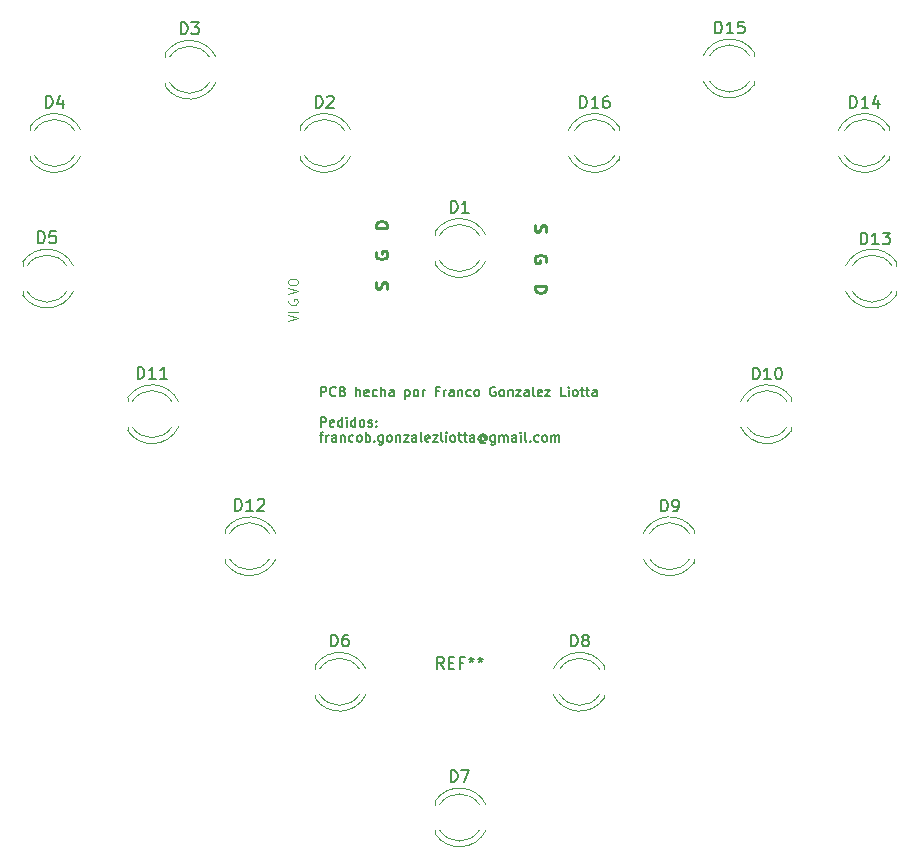
<source format=gbr>
%TF.GenerationSoftware,KiCad,Pcbnew,7.0.10*%
%TF.CreationDate,2024-08-15T14:01:47-03:00*%
%TF.ProjectId,CORAZON LEDS CON FADE,434f5241-5a4f-44e2-904c-45445320434f,rev?*%
%TF.SameCoordinates,Original*%
%TF.FileFunction,Legend,Top*%
%TF.FilePolarity,Positive*%
%FSLAX46Y46*%
G04 Gerber Fmt 4.6, Leading zero omitted, Abs format (unit mm)*
G04 Created by KiCad (PCBNEW 7.0.10) date 2024-08-15 14:01:47*
%MOMM*%
%LPD*%
G01*
G04 APERTURE LIST*
%ADD10C,0.250000*%
%ADD11C,0.125000*%
%ADD12C,0.200000*%
%ADD13C,0.150000*%
%ADD14C,0.120000*%
G04 APERTURE END LIST*
D10*
X137088238Y-60033622D02*
X137040619Y-60128860D01*
X137040619Y-60128860D02*
X137040619Y-60271717D01*
X137040619Y-60271717D02*
X137088238Y-60414574D01*
X137088238Y-60414574D02*
X137183476Y-60509812D01*
X137183476Y-60509812D02*
X137278714Y-60557431D01*
X137278714Y-60557431D02*
X137469190Y-60605050D01*
X137469190Y-60605050D02*
X137612047Y-60605050D01*
X137612047Y-60605050D02*
X137802523Y-60557431D01*
X137802523Y-60557431D02*
X137897761Y-60509812D01*
X137897761Y-60509812D02*
X137993000Y-60414574D01*
X137993000Y-60414574D02*
X138040619Y-60271717D01*
X138040619Y-60271717D02*
X138040619Y-60176479D01*
X138040619Y-60176479D02*
X137993000Y-60033622D01*
X137993000Y-60033622D02*
X137945380Y-59986003D01*
X137945380Y-59986003D02*
X137612047Y-59986003D01*
X137612047Y-59986003D02*
X137612047Y-60176479D01*
D11*
X129651595Y-65881573D02*
X130451595Y-65614906D01*
X130451595Y-65614906D02*
X129651595Y-65348240D01*
X130451595Y-65081573D02*
X129651595Y-65081573D01*
D12*
X132402054Y-72227695D02*
X132402054Y-71427695D01*
X132402054Y-71427695D02*
X132706816Y-71427695D01*
X132706816Y-71427695D02*
X132783006Y-71465790D01*
X132783006Y-71465790D02*
X132821101Y-71503885D01*
X132821101Y-71503885D02*
X132859197Y-71580076D01*
X132859197Y-71580076D02*
X132859197Y-71694361D01*
X132859197Y-71694361D02*
X132821101Y-71770552D01*
X132821101Y-71770552D02*
X132783006Y-71808647D01*
X132783006Y-71808647D02*
X132706816Y-71846742D01*
X132706816Y-71846742D02*
X132402054Y-71846742D01*
X133659197Y-72151504D02*
X133621101Y-72189600D01*
X133621101Y-72189600D02*
X133506816Y-72227695D01*
X133506816Y-72227695D02*
X133430625Y-72227695D01*
X133430625Y-72227695D02*
X133316339Y-72189600D01*
X133316339Y-72189600D02*
X133240149Y-72113409D01*
X133240149Y-72113409D02*
X133202054Y-72037219D01*
X133202054Y-72037219D02*
X133163958Y-71884838D01*
X133163958Y-71884838D02*
X133163958Y-71770552D01*
X133163958Y-71770552D02*
X133202054Y-71618171D01*
X133202054Y-71618171D02*
X133240149Y-71541980D01*
X133240149Y-71541980D02*
X133316339Y-71465790D01*
X133316339Y-71465790D02*
X133430625Y-71427695D01*
X133430625Y-71427695D02*
X133506816Y-71427695D01*
X133506816Y-71427695D02*
X133621101Y-71465790D01*
X133621101Y-71465790D02*
X133659197Y-71503885D01*
X134268720Y-71808647D02*
X134383006Y-71846742D01*
X134383006Y-71846742D02*
X134421101Y-71884838D01*
X134421101Y-71884838D02*
X134459197Y-71961028D01*
X134459197Y-71961028D02*
X134459197Y-72075314D01*
X134459197Y-72075314D02*
X134421101Y-72151504D01*
X134421101Y-72151504D02*
X134383006Y-72189600D01*
X134383006Y-72189600D02*
X134306816Y-72227695D01*
X134306816Y-72227695D02*
X134002054Y-72227695D01*
X134002054Y-72227695D02*
X134002054Y-71427695D01*
X134002054Y-71427695D02*
X134268720Y-71427695D01*
X134268720Y-71427695D02*
X134344911Y-71465790D01*
X134344911Y-71465790D02*
X134383006Y-71503885D01*
X134383006Y-71503885D02*
X134421101Y-71580076D01*
X134421101Y-71580076D02*
X134421101Y-71656266D01*
X134421101Y-71656266D02*
X134383006Y-71732457D01*
X134383006Y-71732457D02*
X134344911Y-71770552D01*
X134344911Y-71770552D02*
X134268720Y-71808647D01*
X134268720Y-71808647D02*
X134002054Y-71808647D01*
X135411578Y-72227695D02*
X135411578Y-71427695D01*
X135754435Y-72227695D02*
X135754435Y-71808647D01*
X135754435Y-71808647D02*
X135716340Y-71732457D01*
X135716340Y-71732457D02*
X135640149Y-71694361D01*
X135640149Y-71694361D02*
X135525863Y-71694361D01*
X135525863Y-71694361D02*
X135449673Y-71732457D01*
X135449673Y-71732457D02*
X135411578Y-71770552D01*
X136440150Y-72189600D02*
X136363959Y-72227695D01*
X136363959Y-72227695D02*
X136211578Y-72227695D01*
X136211578Y-72227695D02*
X136135388Y-72189600D01*
X136135388Y-72189600D02*
X136097292Y-72113409D01*
X136097292Y-72113409D02*
X136097292Y-71808647D01*
X136097292Y-71808647D02*
X136135388Y-71732457D01*
X136135388Y-71732457D02*
X136211578Y-71694361D01*
X136211578Y-71694361D02*
X136363959Y-71694361D01*
X136363959Y-71694361D02*
X136440150Y-71732457D01*
X136440150Y-71732457D02*
X136478245Y-71808647D01*
X136478245Y-71808647D02*
X136478245Y-71884838D01*
X136478245Y-71884838D02*
X136097292Y-71961028D01*
X137163959Y-72189600D02*
X137087768Y-72227695D01*
X137087768Y-72227695D02*
X136935387Y-72227695D01*
X136935387Y-72227695D02*
X136859197Y-72189600D01*
X136859197Y-72189600D02*
X136821102Y-72151504D01*
X136821102Y-72151504D02*
X136783006Y-72075314D01*
X136783006Y-72075314D02*
X136783006Y-71846742D01*
X136783006Y-71846742D02*
X136821102Y-71770552D01*
X136821102Y-71770552D02*
X136859197Y-71732457D01*
X136859197Y-71732457D02*
X136935387Y-71694361D01*
X136935387Y-71694361D02*
X137087768Y-71694361D01*
X137087768Y-71694361D02*
X137163959Y-71732457D01*
X137506816Y-72227695D02*
X137506816Y-71427695D01*
X137849673Y-72227695D02*
X137849673Y-71808647D01*
X137849673Y-71808647D02*
X137811578Y-71732457D01*
X137811578Y-71732457D02*
X137735387Y-71694361D01*
X137735387Y-71694361D02*
X137621101Y-71694361D01*
X137621101Y-71694361D02*
X137544911Y-71732457D01*
X137544911Y-71732457D02*
X137506816Y-71770552D01*
X138573483Y-72227695D02*
X138573483Y-71808647D01*
X138573483Y-71808647D02*
X138535388Y-71732457D01*
X138535388Y-71732457D02*
X138459197Y-71694361D01*
X138459197Y-71694361D02*
X138306816Y-71694361D01*
X138306816Y-71694361D02*
X138230626Y-71732457D01*
X138573483Y-72189600D02*
X138497292Y-72227695D01*
X138497292Y-72227695D02*
X138306816Y-72227695D01*
X138306816Y-72227695D02*
X138230626Y-72189600D01*
X138230626Y-72189600D02*
X138192530Y-72113409D01*
X138192530Y-72113409D02*
X138192530Y-72037219D01*
X138192530Y-72037219D02*
X138230626Y-71961028D01*
X138230626Y-71961028D02*
X138306816Y-71922933D01*
X138306816Y-71922933D02*
X138497292Y-71922933D01*
X138497292Y-71922933D02*
X138573483Y-71884838D01*
X139563960Y-71694361D02*
X139563960Y-72494361D01*
X139563960Y-71732457D02*
X139640150Y-71694361D01*
X139640150Y-71694361D02*
X139792531Y-71694361D01*
X139792531Y-71694361D02*
X139868722Y-71732457D01*
X139868722Y-71732457D02*
X139906817Y-71770552D01*
X139906817Y-71770552D02*
X139944912Y-71846742D01*
X139944912Y-71846742D02*
X139944912Y-72075314D01*
X139944912Y-72075314D02*
X139906817Y-72151504D01*
X139906817Y-72151504D02*
X139868722Y-72189600D01*
X139868722Y-72189600D02*
X139792531Y-72227695D01*
X139792531Y-72227695D02*
X139640150Y-72227695D01*
X139640150Y-72227695D02*
X139563960Y-72189600D01*
X140402055Y-72227695D02*
X140325865Y-72189600D01*
X140325865Y-72189600D02*
X140287770Y-72151504D01*
X140287770Y-72151504D02*
X140249674Y-72075314D01*
X140249674Y-72075314D02*
X140249674Y-71846742D01*
X140249674Y-71846742D02*
X140287770Y-71770552D01*
X140287770Y-71770552D02*
X140325865Y-71732457D01*
X140325865Y-71732457D02*
X140402055Y-71694361D01*
X140402055Y-71694361D02*
X140516341Y-71694361D01*
X140516341Y-71694361D02*
X140592532Y-71732457D01*
X140592532Y-71732457D02*
X140630627Y-71770552D01*
X140630627Y-71770552D02*
X140668722Y-71846742D01*
X140668722Y-71846742D02*
X140668722Y-72075314D01*
X140668722Y-72075314D02*
X140630627Y-72151504D01*
X140630627Y-72151504D02*
X140592532Y-72189600D01*
X140592532Y-72189600D02*
X140516341Y-72227695D01*
X140516341Y-72227695D02*
X140402055Y-72227695D01*
X141011580Y-72227695D02*
X141011580Y-71694361D01*
X141011580Y-71846742D02*
X141049675Y-71770552D01*
X141049675Y-71770552D02*
X141087770Y-71732457D01*
X141087770Y-71732457D02*
X141163961Y-71694361D01*
X141163961Y-71694361D02*
X141240151Y-71694361D01*
X142383008Y-71808647D02*
X142116342Y-71808647D01*
X142116342Y-72227695D02*
X142116342Y-71427695D01*
X142116342Y-71427695D02*
X142497294Y-71427695D01*
X142802056Y-72227695D02*
X142802056Y-71694361D01*
X142802056Y-71846742D02*
X142840151Y-71770552D01*
X142840151Y-71770552D02*
X142878246Y-71732457D01*
X142878246Y-71732457D02*
X142954437Y-71694361D01*
X142954437Y-71694361D02*
X143030627Y-71694361D01*
X143640151Y-72227695D02*
X143640151Y-71808647D01*
X143640151Y-71808647D02*
X143602056Y-71732457D01*
X143602056Y-71732457D02*
X143525865Y-71694361D01*
X143525865Y-71694361D02*
X143373484Y-71694361D01*
X143373484Y-71694361D02*
X143297294Y-71732457D01*
X143640151Y-72189600D02*
X143563960Y-72227695D01*
X143563960Y-72227695D02*
X143373484Y-72227695D01*
X143373484Y-72227695D02*
X143297294Y-72189600D01*
X143297294Y-72189600D02*
X143259198Y-72113409D01*
X143259198Y-72113409D02*
X143259198Y-72037219D01*
X143259198Y-72037219D02*
X143297294Y-71961028D01*
X143297294Y-71961028D02*
X143373484Y-71922933D01*
X143373484Y-71922933D02*
X143563960Y-71922933D01*
X143563960Y-71922933D02*
X143640151Y-71884838D01*
X144021104Y-71694361D02*
X144021104Y-72227695D01*
X144021104Y-71770552D02*
X144059199Y-71732457D01*
X144059199Y-71732457D02*
X144135389Y-71694361D01*
X144135389Y-71694361D02*
X144249675Y-71694361D01*
X144249675Y-71694361D02*
X144325866Y-71732457D01*
X144325866Y-71732457D02*
X144363961Y-71808647D01*
X144363961Y-71808647D02*
X144363961Y-72227695D01*
X145087771Y-72189600D02*
X145011580Y-72227695D01*
X145011580Y-72227695D02*
X144859199Y-72227695D01*
X144859199Y-72227695D02*
X144783009Y-72189600D01*
X144783009Y-72189600D02*
X144744914Y-72151504D01*
X144744914Y-72151504D02*
X144706818Y-72075314D01*
X144706818Y-72075314D02*
X144706818Y-71846742D01*
X144706818Y-71846742D02*
X144744914Y-71770552D01*
X144744914Y-71770552D02*
X144783009Y-71732457D01*
X144783009Y-71732457D02*
X144859199Y-71694361D01*
X144859199Y-71694361D02*
X145011580Y-71694361D01*
X145011580Y-71694361D02*
X145087771Y-71732457D01*
X145544913Y-72227695D02*
X145468723Y-72189600D01*
X145468723Y-72189600D02*
X145430628Y-72151504D01*
X145430628Y-72151504D02*
X145392532Y-72075314D01*
X145392532Y-72075314D02*
X145392532Y-71846742D01*
X145392532Y-71846742D02*
X145430628Y-71770552D01*
X145430628Y-71770552D02*
X145468723Y-71732457D01*
X145468723Y-71732457D02*
X145544913Y-71694361D01*
X145544913Y-71694361D02*
X145659199Y-71694361D01*
X145659199Y-71694361D02*
X145735390Y-71732457D01*
X145735390Y-71732457D02*
X145773485Y-71770552D01*
X145773485Y-71770552D02*
X145811580Y-71846742D01*
X145811580Y-71846742D02*
X145811580Y-72075314D01*
X145811580Y-72075314D02*
X145773485Y-72151504D01*
X145773485Y-72151504D02*
X145735390Y-72189600D01*
X145735390Y-72189600D02*
X145659199Y-72227695D01*
X145659199Y-72227695D02*
X145544913Y-72227695D01*
X147183009Y-71465790D02*
X147106819Y-71427695D01*
X147106819Y-71427695D02*
X146992533Y-71427695D01*
X146992533Y-71427695D02*
X146878247Y-71465790D01*
X146878247Y-71465790D02*
X146802057Y-71541980D01*
X146802057Y-71541980D02*
X146763962Y-71618171D01*
X146763962Y-71618171D02*
X146725866Y-71770552D01*
X146725866Y-71770552D02*
X146725866Y-71884838D01*
X146725866Y-71884838D02*
X146763962Y-72037219D01*
X146763962Y-72037219D02*
X146802057Y-72113409D01*
X146802057Y-72113409D02*
X146878247Y-72189600D01*
X146878247Y-72189600D02*
X146992533Y-72227695D01*
X146992533Y-72227695D02*
X147068724Y-72227695D01*
X147068724Y-72227695D02*
X147183009Y-72189600D01*
X147183009Y-72189600D02*
X147221105Y-72151504D01*
X147221105Y-72151504D02*
X147221105Y-71884838D01*
X147221105Y-71884838D02*
X147068724Y-71884838D01*
X147678247Y-72227695D02*
X147602057Y-72189600D01*
X147602057Y-72189600D02*
X147563962Y-72151504D01*
X147563962Y-72151504D02*
X147525866Y-72075314D01*
X147525866Y-72075314D02*
X147525866Y-71846742D01*
X147525866Y-71846742D02*
X147563962Y-71770552D01*
X147563962Y-71770552D02*
X147602057Y-71732457D01*
X147602057Y-71732457D02*
X147678247Y-71694361D01*
X147678247Y-71694361D02*
X147792533Y-71694361D01*
X147792533Y-71694361D02*
X147868724Y-71732457D01*
X147868724Y-71732457D02*
X147906819Y-71770552D01*
X147906819Y-71770552D02*
X147944914Y-71846742D01*
X147944914Y-71846742D02*
X147944914Y-72075314D01*
X147944914Y-72075314D02*
X147906819Y-72151504D01*
X147906819Y-72151504D02*
X147868724Y-72189600D01*
X147868724Y-72189600D02*
X147792533Y-72227695D01*
X147792533Y-72227695D02*
X147678247Y-72227695D01*
X148287772Y-71694361D02*
X148287772Y-72227695D01*
X148287772Y-71770552D02*
X148325867Y-71732457D01*
X148325867Y-71732457D02*
X148402057Y-71694361D01*
X148402057Y-71694361D02*
X148516343Y-71694361D01*
X148516343Y-71694361D02*
X148592534Y-71732457D01*
X148592534Y-71732457D02*
X148630629Y-71808647D01*
X148630629Y-71808647D02*
X148630629Y-72227695D01*
X148935391Y-71694361D02*
X149354439Y-71694361D01*
X149354439Y-71694361D02*
X148935391Y-72227695D01*
X148935391Y-72227695D02*
X149354439Y-72227695D01*
X150002058Y-72227695D02*
X150002058Y-71808647D01*
X150002058Y-71808647D02*
X149963963Y-71732457D01*
X149963963Y-71732457D02*
X149887772Y-71694361D01*
X149887772Y-71694361D02*
X149735391Y-71694361D01*
X149735391Y-71694361D02*
X149659201Y-71732457D01*
X150002058Y-72189600D02*
X149925867Y-72227695D01*
X149925867Y-72227695D02*
X149735391Y-72227695D01*
X149735391Y-72227695D02*
X149659201Y-72189600D01*
X149659201Y-72189600D02*
X149621105Y-72113409D01*
X149621105Y-72113409D02*
X149621105Y-72037219D01*
X149621105Y-72037219D02*
X149659201Y-71961028D01*
X149659201Y-71961028D02*
X149735391Y-71922933D01*
X149735391Y-71922933D02*
X149925867Y-71922933D01*
X149925867Y-71922933D02*
X150002058Y-71884838D01*
X150497296Y-72227695D02*
X150421106Y-72189600D01*
X150421106Y-72189600D02*
X150383011Y-72113409D01*
X150383011Y-72113409D02*
X150383011Y-71427695D01*
X151106821Y-72189600D02*
X151030630Y-72227695D01*
X151030630Y-72227695D02*
X150878249Y-72227695D01*
X150878249Y-72227695D02*
X150802059Y-72189600D01*
X150802059Y-72189600D02*
X150763963Y-72113409D01*
X150763963Y-72113409D02*
X150763963Y-71808647D01*
X150763963Y-71808647D02*
X150802059Y-71732457D01*
X150802059Y-71732457D02*
X150878249Y-71694361D01*
X150878249Y-71694361D02*
X151030630Y-71694361D01*
X151030630Y-71694361D02*
X151106821Y-71732457D01*
X151106821Y-71732457D02*
X151144916Y-71808647D01*
X151144916Y-71808647D02*
X151144916Y-71884838D01*
X151144916Y-71884838D02*
X150763963Y-71961028D01*
X151411582Y-71694361D02*
X151830630Y-71694361D01*
X151830630Y-71694361D02*
X151411582Y-72227695D01*
X151411582Y-72227695D02*
X151830630Y-72227695D01*
X153125868Y-72227695D02*
X152744916Y-72227695D01*
X152744916Y-72227695D02*
X152744916Y-71427695D01*
X153392535Y-72227695D02*
X153392535Y-71694361D01*
X153392535Y-71427695D02*
X153354439Y-71465790D01*
X153354439Y-71465790D02*
X153392535Y-71503885D01*
X153392535Y-71503885D02*
X153430630Y-71465790D01*
X153430630Y-71465790D02*
X153392535Y-71427695D01*
X153392535Y-71427695D02*
X153392535Y-71503885D01*
X153887772Y-72227695D02*
X153811582Y-72189600D01*
X153811582Y-72189600D02*
X153773487Y-72151504D01*
X153773487Y-72151504D02*
X153735391Y-72075314D01*
X153735391Y-72075314D02*
X153735391Y-71846742D01*
X153735391Y-71846742D02*
X153773487Y-71770552D01*
X153773487Y-71770552D02*
X153811582Y-71732457D01*
X153811582Y-71732457D02*
X153887772Y-71694361D01*
X153887772Y-71694361D02*
X154002058Y-71694361D01*
X154002058Y-71694361D02*
X154078249Y-71732457D01*
X154078249Y-71732457D02*
X154116344Y-71770552D01*
X154116344Y-71770552D02*
X154154439Y-71846742D01*
X154154439Y-71846742D02*
X154154439Y-72075314D01*
X154154439Y-72075314D02*
X154116344Y-72151504D01*
X154116344Y-72151504D02*
X154078249Y-72189600D01*
X154078249Y-72189600D02*
X154002058Y-72227695D01*
X154002058Y-72227695D02*
X153887772Y-72227695D01*
X154383011Y-71694361D02*
X154687773Y-71694361D01*
X154497297Y-71427695D02*
X154497297Y-72113409D01*
X154497297Y-72113409D02*
X154535392Y-72189600D01*
X154535392Y-72189600D02*
X154611582Y-72227695D01*
X154611582Y-72227695D02*
X154687773Y-72227695D01*
X154840154Y-71694361D02*
X155144916Y-71694361D01*
X154954440Y-71427695D02*
X154954440Y-72113409D01*
X154954440Y-72113409D02*
X154992535Y-72189600D01*
X154992535Y-72189600D02*
X155068725Y-72227695D01*
X155068725Y-72227695D02*
X155144916Y-72227695D01*
X155754440Y-72227695D02*
X155754440Y-71808647D01*
X155754440Y-71808647D02*
X155716345Y-71732457D01*
X155716345Y-71732457D02*
X155640154Y-71694361D01*
X155640154Y-71694361D02*
X155487773Y-71694361D01*
X155487773Y-71694361D02*
X155411583Y-71732457D01*
X155754440Y-72189600D02*
X155678249Y-72227695D01*
X155678249Y-72227695D02*
X155487773Y-72227695D01*
X155487773Y-72227695D02*
X155411583Y-72189600D01*
X155411583Y-72189600D02*
X155373487Y-72113409D01*
X155373487Y-72113409D02*
X155373487Y-72037219D01*
X155373487Y-72037219D02*
X155411583Y-71961028D01*
X155411583Y-71961028D02*
X155487773Y-71922933D01*
X155487773Y-71922933D02*
X155678249Y-71922933D01*
X155678249Y-71922933D02*
X155754440Y-71884838D01*
X132402054Y-74803695D02*
X132402054Y-74003695D01*
X132402054Y-74003695D02*
X132706816Y-74003695D01*
X132706816Y-74003695D02*
X132783006Y-74041790D01*
X132783006Y-74041790D02*
X132821101Y-74079885D01*
X132821101Y-74079885D02*
X132859197Y-74156076D01*
X132859197Y-74156076D02*
X132859197Y-74270361D01*
X132859197Y-74270361D02*
X132821101Y-74346552D01*
X132821101Y-74346552D02*
X132783006Y-74384647D01*
X132783006Y-74384647D02*
X132706816Y-74422742D01*
X132706816Y-74422742D02*
X132402054Y-74422742D01*
X133506816Y-74765600D02*
X133430625Y-74803695D01*
X133430625Y-74803695D02*
X133278244Y-74803695D01*
X133278244Y-74803695D02*
X133202054Y-74765600D01*
X133202054Y-74765600D02*
X133163958Y-74689409D01*
X133163958Y-74689409D02*
X133163958Y-74384647D01*
X133163958Y-74384647D02*
X133202054Y-74308457D01*
X133202054Y-74308457D02*
X133278244Y-74270361D01*
X133278244Y-74270361D02*
X133430625Y-74270361D01*
X133430625Y-74270361D02*
X133506816Y-74308457D01*
X133506816Y-74308457D02*
X133544911Y-74384647D01*
X133544911Y-74384647D02*
X133544911Y-74460838D01*
X133544911Y-74460838D02*
X133163958Y-74537028D01*
X134230625Y-74803695D02*
X134230625Y-74003695D01*
X134230625Y-74765600D02*
X134154434Y-74803695D01*
X134154434Y-74803695D02*
X134002053Y-74803695D01*
X134002053Y-74803695D02*
X133925863Y-74765600D01*
X133925863Y-74765600D02*
X133887768Y-74727504D01*
X133887768Y-74727504D02*
X133849672Y-74651314D01*
X133849672Y-74651314D02*
X133849672Y-74422742D01*
X133849672Y-74422742D02*
X133887768Y-74346552D01*
X133887768Y-74346552D02*
X133925863Y-74308457D01*
X133925863Y-74308457D02*
X134002053Y-74270361D01*
X134002053Y-74270361D02*
X134154434Y-74270361D01*
X134154434Y-74270361D02*
X134230625Y-74308457D01*
X134611578Y-74803695D02*
X134611578Y-74270361D01*
X134611578Y-74003695D02*
X134573482Y-74041790D01*
X134573482Y-74041790D02*
X134611578Y-74079885D01*
X134611578Y-74079885D02*
X134649673Y-74041790D01*
X134649673Y-74041790D02*
X134611578Y-74003695D01*
X134611578Y-74003695D02*
X134611578Y-74079885D01*
X135335387Y-74803695D02*
X135335387Y-74003695D01*
X135335387Y-74765600D02*
X135259196Y-74803695D01*
X135259196Y-74803695D02*
X135106815Y-74803695D01*
X135106815Y-74803695D02*
X135030625Y-74765600D01*
X135030625Y-74765600D02*
X134992530Y-74727504D01*
X134992530Y-74727504D02*
X134954434Y-74651314D01*
X134954434Y-74651314D02*
X134954434Y-74422742D01*
X134954434Y-74422742D02*
X134992530Y-74346552D01*
X134992530Y-74346552D02*
X135030625Y-74308457D01*
X135030625Y-74308457D02*
X135106815Y-74270361D01*
X135106815Y-74270361D02*
X135259196Y-74270361D01*
X135259196Y-74270361D02*
X135335387Y-74308457D01*
X135830625Y-74803695D02*
X135754435Y-74765600D01*
X135754435Y-74765600D02*
X135716340Y-74727504D01*
X135716340Y-74727504D02*
X135678244Y-74651314D01*
X135678244Y-74651314D02*
X135678244Y-74422742D01*
X135678244Y-74422742D02*
X135716340Y-74346552D01*
X135716340Y-74346552D02*
X135754435Y-74308457D01*
X135754435Y-74308457D02*
X135830625Y-74270361D01*
X135830625Y-74270361D02*
X135944911Y-74270361D01*
X135944911Y-74270361D02*
X136021102Y-74308457D01*
X136021102Y-74308457D02*
X136059197Y-74346552D01*
X136059197Y-74346552D02*
X136097292Y-74422742D01*
X136097292Y-74422742D02*
X136097292Y-74651314D01*
X136097292Y-74651314D02*
X136059197Y-74727504D01*
X136059197Y-74727504D02*
X136021102Y-74765600D01*
X136021102Y-74765600D02*
X135944911Y-74803695D01*
X135944911Y-74803695D02*
X135830625Y-74803695D01*
X136402054Y-74765600D02*
X136478245Y-74803695D01*
X136478245Y-74803695D02*
X136630626Y-74803695D01*
X136630626Y-74803695D02*
X136706816Y-74765600D01*
X136706816Y-74765600D02*
X136744912Y-74689409D01*
X136744912Y-74689409D02*
X136744912Y-74651314D01*
X136744912Y-74651314D02*
X136706816Y-74575123D01*
X136706816Y-74575123D02*
X136630626Y-74537028D01*
X136630626Y-74537028D02*
X136516340Y-74537028D01*
X136516340Y-74537028D02*
X136440150Y-74498933D01*
X136440150Y-74498933D02*
X136402054Y-74422742D01*
X136402054Y-74422742D02*
X136402054Y-74384647D01*
X136402054Y-74384647D02*
X136440150Y-74308457D01*
X136440150Y-74308457D02*
X136516340Y-74270361D01*
X136516340Y-74270361D02*
X136630626Y-74270361D01*
X136630626Y-74270361D02*
X136706816Y-74308457D01*
X137087769Y-74727504D02*
X137125864Y-74765600D01*
X137125864Y-74765600D02*
X137087769Y-74803695D01*
X137087769Y-74803695D02*
X137049673Y-74765600D01*
X137049673Y-74765600D02*
X137087769Y-74727504D01*
X137087769Y-74727504D02*
X137087769Y-74803695D01*
X137087769Y-74308457D02*
X137125864Y-74346552D01*
X137125864Y-74346552D02*
X137087769Y-74384647D01*
X137087769Y-74384647D02*
X137049673Y-74346552D01*
X137049673Y-74346552D02*
X137087769Y-74308457D01*
X137087769Y-74308457D02*
X137087769Y-74384647D01*
X132287768Y-75558361D02*
X132592530Y-75558361D01*
X132402054Y-76091695D02*
X132402054Y-75405980D01*
X132402054Y-75405980D02*
X132440149Y-75329790D01*
X132440149Y-75329790D02*
X132516339Y-75291695D01*
X132516339Y-75291695D02*
X132592530Y-75291695D01*
X132859197Y-76091695D02*
X132859197Y-75558361D01*
X132859197Y-75710742D02*
X132897292Y-75634552D01*
X132897292Y-75634552D02*
X132935387Y-75596457D01*
X132935387Y-75596457D02*
X133011578Y-75558361D01*
X133011578Y-75558361D02*
X133087768Y-75558361D01*
X133697292Y-76091695D02*
X133697292Y-75672647D01*
X133697292Y-75672647D02*
X133659197Y-75596457D01*
X133659197Y-75596457D02*
X133583006Y-75558361D01*
X133583006Y-75558361D02*
X133430625Y-75558361D01*
X133430625Y-75558361D02*
X133354435Y-75596457D01*
X133697292Y-76053600D02*
X133621101Y-76091695D01*
X133621101Y-76091695D02*
X133430625Y-76091695D01*
X133430625Y-76091695D02*
X133354435Y-76053600D01*
X133354435Y-76053600D02*
X133316339Y-75977409D01*
X133316339Y-75977409D02*
X133316339Y-75901219D01*
X133316339Y-75901219D02*
X133354435Y-75825028D01*
X133354435Y-75825028D02*
X133430625Y-75786933D01*
X133430625Y-75786933D02*
X133621101Y-75786933D01*
X133621101Y-75786933D02*
X133697292Y-75748838D01*
X134078245Y-75558361D02*
X134078245Y-76091695D01*
X134078245Y-75634552D02*
X134116340Y-75596457D01*
X134116340Y-75596457D02*
X134192530Y-75558361D01*
X134192530Y-75558361D02*
X134306816Y-75558361D01*
X134306816Y-75558361D02*
X134383007Y-75596457D01*
X134383007Y-75596457D02*
X134421102Y-75672647D01*
X134421102Y-75672647D02*
X134421102Y-76091695D01*
X135144912Y-76053600D02*
X135068721Y-76091695D01*
X135068721Y-76091695D02*
X134916340Y-76091695D01*
X134916340Y-76091695D02*
X134840150Y-76053600D01*
X134840150Y-76053600D02*
X134802055Y-76015504D01*
X134802055Y-76015504D02*
X134763959Y-75939314D01*
X134763959Y-75939314D02*
X134763959Y-75710742D01*
X134763959Y-75710742D02*
X134802055Y-75634552D01*
X134802055Y-75634552D02*
X134840150Y-75596457D01*
X134840150Y-75596457D02*
X134916340Y-75558361D01*
X134916340Y-75558361D02*
X135068721Y-75558361D01*
X135068721Y-75558361D02*
X135144912Y-75596457D01*
X135602054Y-76091695D02*
X135525864Y-76053600D01*
X135525864Y-76053600D02*
X135487769Y-76015504D01*
X135487769Y-76015504D02*
X135449673Y-75939314D01*
X135449673Y-75939314D02*
X135449673Y-75710742D01*
X135449673Y-75710742D02*
X135487769Y-75634552D01*
X135487769Y-75634552D02*
X135525864Y-75596457D01*
X135525864Y-75596457D02*
X135602054Y-75558361D01*
X135602054Y-75558361D02*
X135716340Y-75558361D01*
X135716340Y-75558361D02*
X135792531Y-75596457D01*
X135792531Y-75596457D02*
X135830626Y-75634552D01*
X135830626Y-75634552D02*
X135868721Y-75710742D01*
X135868721Y-75710742D02*
X135868721Y-75939314D01*
X135868721Y-75939314D02*
X135830626Y-76015504D01*
X135830626Y-76015504D02*
X135792531Y-76053600D01*
X135792531Y-76053600D02*
X135716340Y-76091695D01*
X135716340Y-76091695D02*
X135602054Y-76091695D01*
X136211579Y-76091695D02*
X136211579Y-75291695D01*
X136211579Y-75596457D02*
X136287769Y-75558361D01*
X136287769Y-75558361D02*
X136440150Y-75558361D01*
X136440150Y-75558361D02*
X136516341Y-75596457D01*
X136516341Y-75596457D02*
X136554436Y-75634552D01*
X136554436Y-75634552D02*
X136592531Y-75710742D01*
X136592531Y-75710742D02*
X136592531Y-75939314D01*
X136592531Y-75939314D02*
X136554436Y-76015504D01*
X136554436Y-76015504D02*
X136516341Y-76053600D01*
X136516341Y-76053600D02*
X136440150Y-76091695D01*
X136440150Y-76091695D02*
X136287769Y-76091695D01*
X136287769Y-76091695D02*
X136211579Y-76053600D01*
X136935389Y-76015504D02*
X136973484Y-76053600D01*
X136973484Y-76053600D02*
X136935389Y-76091695D01*
X136935389Y-76091695D02*
X136897293Y-76053600D01*
X136897293Y-76053600D02*
X136935389Y-76015504D01*
X136935389Y-76015504D02*
X136935389Y-76091695D01*
X137659198Y-75558361D02*
X137659198Y-76205980D01*
X137659198Y-76205980D02*
X137621103Y-76282171D01*
X137621103Y-76282171D02*
X137583007Y-76320266D01*
X137583007Y-76320266D02*
X137506817Y-76358361D01*
X137506817Y-76358361D02*
X137392531Y-76358361D01*
X137392531Y-76358361D02*
X137316341Y-76320266D01*
X137659198Y-76053600D02*
X137583007Y-76091695D01*
X137583007Y-76091695D02*
X137430626Y-76091695D01*
X137430626Y-76091695D02*
X137354436Y-76053600D01*
X137354436Y-76053600D02*
X137316341Y-76015504D01*
X137316341Y-76015504D02*
X137278245Y-75939314D01*
X137278245Y-75939314D02*
X137278245Y-75710742D01*
X137278245Y-75710742D02*
X137316341Y-75634552D01*
X137316341Y-75634552D02*
X137354436Y-75596457D01*
X137354436Y-75596457D02*
X137430626Y-75558361D01*
X137430626Y-75558361D02*
X137583007Y-75558361D01*
X137583007Y-75558361D02*
X137659198Y-75596457D01*
X138154436Y-76091695D02*
X138078246Y-76053600D01*
X138078246Y-76053600D02*
X138040151Y-76015504D01*
X138040151Y-76015504D02*
X138002055Y-75939314D01*
X138002055Y-75939314D02*
X138002055Y-75710742D01*
X138002055Y-75710742D02*
X138040151Y-75634552D01*
X138040151Y-75634552D02*
X138078246Y-75596457D01*
X138078246Y-75596457D02*
X138154436Y-75558361D01*
X138154436Y-75558361D02*
X138268722Y-75558361D01*
X138268722Y-75558361D02*
X138344913Y-75596457D01*
X138344913Y-75596457D02*
X138383008Y-75634552D01*
X138383008Y-75634552D02*
X138421103Y-75710742D01*
X138421103Y-75710742D02*
X138421103Y-75939314D01*
X138421103Y-75939314D02*
X138383008Y-76015504D01*
X138383008Y-76015504D02*
X138344913Y-76053600D01*
X138344913Y-76053600D02*
X138268722Y-76091695D01*
X138268722Y-76091695D02*
X138154436Y-76091695D01*
X138763961Y-75558361D02*
X138763961Y-76091695D01*
X138763961Y-75634552D02*
X138802056Y-75596457D01*
X138802056Y-75596457D02*
X138878246Y-75558361D01*
X138878246Y-75558361D02*
X138992532Y-75558361D01*
X138992532Y-75558361D02*
X139068723Y-75596457D01*
X139068723Y-75596457D02*
X139106818Y-75672647D01*
X139106818Y-75672647D02*
X139106818Y-76091695D01*
X139411580Y-75558361D02*
X139830628Y-75558361D01*
X139830628Y-75558361D02*
X139411580Y-76091695D01*
X139411580Y-76091695D02*
X139830628Y-76091695D01*
X140478247Y-76091695D02*
X140478247Y-75672647D01*
X140478247Y-75672647D02*
X140440152Y-75596457D01*
X140440152Y-75596457D02*
X140363961Y-75558361D01*
X140363961Y-75558361D02*
X140211580Y-75558361D01*
X140211580Y-75558361D02*
X140135390Y-75596457D01*
X140478247Y-76053600D02*
X140402056Y-76091695D01*
X140402056Y-76091695D02*
X140211580Y-76091695D01*
X140211580Y-76091695D02*
X140135390Y-76053600D01*
X140135390Y-76053600D02*
X140097294Y-75977409D01*
X140097294Y-75977409D02*
X140097294Y-75901219D01*
X140097294Y-75901219D02*
X140135390Y-75825028D01*
X140135390Y-75825028D02*
X140211580Y-75786933D01*
X140211580Y-75786933D02*
X140402056Y-75786933D01*
X140402056Y-75786933D02*
X140478247Y-75748838D01*
X140973485Y-76091695D02*
X140897295Y-76053600D01*
X140897295Y-76053600D02*
X140859200Y-75977409D01*
X140859200Y-75977409D02*
X140859200Y-75291695D01*
X141583010Y-76053600D02*
X141506819Y-76091695D01*
X141506819Y-76091695D02*
X141354438Y-76091695D01*
X141354438Y-76091695D02*
X141278248Y-76053600D01*
X141278248Y-76053600D02*
X141240152Y-75977409D01*
X141240152Y-75977409D02*
X141240152Y-75672647D01*
X141240152Y-75672647D02*
X141278248Y-75596457D01*
X141278248Y-75596457D02*
X141354438Y-75558361D01*
X141354438Y-75558361D02*
X141506819Y-75558361D01*
X141506819Y-75558361D02*
X141583010Y-75596457D01*
X141583010Y-75596457D02*
X141621105Y-75672647D01*
X141621105Y-75672647D02*
X141621105Y-75748838D01*
X141621105Y-75748838D02*
X141240152Y-75825028D01*
X141887771Y-75558361D02*
X142306819Y-75558361D01*
X142306819Y-75558361D02*
X141887771Y-76091695D01*
X141887771Y-76091695D02*
X142306819Y-76091695D01*
X142725866Y-76091695D02*
X142649676Y-76053600D01*
X142649676Y-76053600D02*
X142611581Y-75977409D01*
X142611581Y-75977409D02*
X142611581Y-75291695D01*
X143030629Y-76091695D02*
X143030629Y-75558361D01*
X143030629Y-75291695D02*
X142992533Y-75329790D01*
X142992533Y-75329790D02*
X143030629Y-75367885D01*
X143030629Y-75367885D02*
X143068724Y-75329790D01*
X143068724Y-75329790D02*
X143030629Y-75291695D01*
X143030629Y-75291695D02*
X143030629Y-75367885D01*
X143525866Y-76091695D02*
X143449676Y-76053600D01*
X143449676Y-76053600D02*
X143411581Y-76015504D01*
X143411581Y-76015504D02*
X143373485Y-75939314D01*
X143373485Y-75939314D02*
X143373485Y-75710742D01*
X143373485Y-75710742D02*
X143411581Y-75634552D01*
X143411581Y-75634552D02*
X143449676Y-75596457D01*
X143449676Y-75596457D02*
X143525866Y-75558361D01*
X143525866Y-75558361D02*
X143640152Y-75558361D01*
X143640152Y-75558361D02*
X143716343Y-75596457D01*
X143716343Y-75596457D02*
X143754438Y-75634552D01*
X143754438Y-75634552D02*
X143792533Y-75710742D01*
X143792533Y-75710742D02*
X143792533Y-75939314D01*
X143792533Y-75939314D02*
X143754438Y-76015504D01*
X143754438Y-76015504D02*
X143716343Y-76053600D01*
X143716343Y-76053600D02*
X143640152Y-76091695D01*
X143640152Y-76091695D02*
X143525866Y-76091695D01*
X144021105Y-75558361D02*
X144325867Y-75558361D01*
X144135391Y-75291695D02*
X144135391Y-75977409D01*
X144135391Y-75977409D02*
X144173486Y-76053600D01*
X144173486Y-76053600D02*
X144249676Y-76091695D01*
X144249676Y-76091695D02*
X144325867Y-76091695D01*
X144478248Y-75558361D02*
X144783010Y-75558361D01*
X144592534Y-75291695D02*
X144592534Y-75977409D01*
X144592534Y-75977409D02*
X144630629Y-76053600D01*
X144630629Y-76053600D02*
X144706819Y-76091695D01*
X144706819Y-76091695D02*
X144783010Y-76091695D01*
X145392534Y-76091695D02*
X145392534Y-75672647D01*
X145392534Y-75672647D02*
X145354439Y-75596457D01*
X145354439Y-75596457D02*
X145278248Y-75558361D01*
X145278248Y-75558361D02*
X145125867Y-75558361D01*
X145125867Y-75558361D02*
X145049677Y-75596457D01*
X145392534Y-76053600D02*
X145316343Y-76091695D01*
X145316343Y-76091695D02*
X145125867Y-76091695D01*
X145125867Y-76091695D02*
X145049677Y-76053600D01*
X145049677Y-76053600D02*
X145011581Y-75977409D01*
X145011581Y-75977409D02*
X145011581Y-75901219D01*
X145011581Y-75901219D02*
X145049677Y-75825028D01*
X145049677Y-75825028D02*
X145125867Y-75786933D01*
X145125867Y-75786933D02*
X145316343Y-75786933D01*
X145316343Y-75786933D02*
X145392534Y-75748838D01*
X146268725Y-75710742D02*
X146230630Y-75672647D01*
X146230630Y-75672647D02*
X146154439Y-75634552D01*
X146154439Y-75634552D02*
X146078249Y-75634552D01*
X146078249Y-75634552D02*
X146002058Y-75672647D01*
X146002058Y-75672647D02*
X145963963Y-75710742D01*
X145963963Y-75710742D02*
X145925868Y-75786933D01*
X145925868Y-75786933D02*
X145925868Y-75863123D01*
X145925868Y-75863123D02*
X145963963Y-75939314D01*
X145963963Y-75939314D02*
X146002058Y-75977409D01*
X146002058Y-75977409D02*
X146078249Y-76015504D01*
X146078249Y-76015504D02*
X146154439Y-76015504D01*
X146154439Y-76015504D02*
X146230630Y-75977409D01*
X146230630Y-75977409D02*
X146268725Y-75939314D01*
X146268725Y-75634552D02*
X146268725Y-75939314D01*
X146268725Y-75939314D02*
X146306820Y-75977409D01*
X146306820Y-75977409D02*
X146344915Y-75977409D01*
X146344915Y-75977409D02*
X146421106Y-75939314D01*
X146421106Y-75939314D02*
X146459201Y-75863123D01*
X146459201Y-75863123D02*
X146459201Y-75672647D01*
X146459201Y-75672647D02*
X146383011Y-75558361D01*
X146383011Y-75558361D02*
X146268725Y-75482171D01*
X146268725Y-75482171D02*
X146116344Y-75444076D01*
X146116344Y-75444076D02*
X145963963Y-75482171D01*
X145963963Y-75482171D02*
X145849677Y-75558361D01*
X145849677Y-75558361D02*
X145773487Y-75672647D01*
X145773487Y-75672647D02*
X145735391Y-75825028D01*
X145735391Y-75825028D02*
X145773487Y-75977409D01*
X145773487Y-75977409D02*
X145849677Y-76091695D01*
X145849677Y-76091695D02*
X145963963Y-76167885D01*
X145963963Y-76167885D02*
X146116344Y-76205980D01*
X146116344Y-76205980D02*
X146268725Y-76167885D01*
X146268725Y-76167885D02*
X146383011Y-76091695D01*
X147144915Y-75558361D02*
X147144915Y-76205980D01*
X147144915Y-76205980D02*
X147106820Y-76282171D01*
X147106820Y-76282171D02*
X147068724Y-76320266D01*
X147068724Y-76320266D02*
X146992534Y-76358361D01*
X146992534Y-76358361D02*
X146878248Y-76358361D01*
X146878248Y-76358361D02*
X146802058Y-76320266D01*
X147144915Y-76053600D02*
X147068724Y-76091695D01*
X147068724Y-76091695D02*
X146916343Y-76091695D01*
X146916343Y-76091695D02*
X146840153Y-76053600D01*
X146840153Y-76053600D02*
X146802058Y-76015504D01*
X146802058Y-76015504D02*
X146763962Y-75939314D01*
X146763962Y-75939314D02*
X146763962Y-75710742D01*
X146763962Y-75710742D02*
X146802058Y-75634552D01*
X146802058Y-75634552D02*
X146840153Y-75596457D01*
X146840153Y-75596457D02*
X146916343Y-75558361D01*
X146916343Y-75558361D02*
X147068724Y-75558361D01*
X147068724Y-75558361D02*
X147144915Y-75596457D01*
X147525868Y-76091695D02*
X147525868Y-75558361D01*
X147525868Y-75634552D02*
X147563963Y-75596457D01*
X147563963Y-75596457D02*
X147640153Y-75558361D01*
X147640153Y-75558361D02*
X147754439Y-75558361D01*
X147754439Y-75558361D02*
X147830630Y-75596457D01*
X147830630Y-75596457D02*
X147868725Y-75672647D01*
X147868725Y-75672647D02*
X147868725Y-76091695D01*
X147868725Y-75672647D02*
X147906820Y-75596457D01*
X147906820Y-75596457D02*
X147983011Y-75558361D01*
X147983011Y-75558361D02*
X148097296Y-75558361D01*
X148097296Y-75558361D02*
X148173487Y-75596457D01*
X148173487Y-75596457D02*
X148211582Y-75672647D01*
X148211582Y-75672647D02*
X148211582Y-76091695D01*
X148935392Y-76091695D02*
X148935392Y-75672647D01*
X148935392Y-75672647D02*
X148897297Y-75596457D01*
X148897297Y-75596457D02*
X148821106Y-75558361D01*
X148821106Y-75558361D02*
X148668725Y-75558361D01*
X148668725Y-75558361D02*
X148592535Y-75596457D01*
X148935392Y-76053600D02*
X148859201Y-76091695D01*
X148859201Y-76091695D02*
X148668725Y-76091695D01*
X148668725Y-76091695D02*
X148592535Y-76053600D01*
X148592535Y-76053600D02*
X148554439Y-75977409D01*
X148554439Y-75977409D02*
X148554439Y-75901219D01*
X148554439Y-75901219D02*
X148592535Y-75825028D01*
X148592535Y-75825028D02*
X148668725Y-75786933D01*
X148668725Y-75786933D02*
X148859201Y-75786933D01*
X148859201Y-75786933D02*
X148935392Y-75748838D01*
X149316345Y-76091695D02*
X149316345Y-75558361D01*
X149316345Y-75291695D02*
X149278249Y-75329790D01*
X149278249Y-75329790D02*
X149316345Y-75367885D01*
X149316345Y-75367885D02*
X149354440Y-75329790D01*
X149354440Y-75329790D02*
X149316345Y-75291695D01*
X149316345Y-75291695D02*
X149316345Y-75367885D01*
X149811582Y-76091695D02*
X149735392Y-76053600D01*
X149735392Y-76053600D02*
X149697297Y-75977409D01*
X149697297Y-75977409D02*
X149697297Y-75291695D01*
X150116345Y-76015504D02*
X150154440Y-76053600D01*
X150154440Y-76053600D02*
X150116345Y-76091695D01*
X150116345Y-76091695D02*
X150078249Y-76053600D01*
X150078249Y-76053600D02*
X150116345Y-76015504D01*
X150116345Y-76015504D02*
X150116345Y-76091695D01*
X150840154Y-76053600D02*
X150763963Y-76091695D01*
X150763963Y-76091695D02*
X150611582Y-76091695D01*
X150611582Y-76091695D02*
X150535392Y-76053600D01*
X150535392Y-76053600D02*
X150497297Y-76015504D01*
X150497297Y-76015504D02*
X150459201Y-75939314D01*
X150459201Y-75939314D02*
X150459201Y-75710742D01*
X150459201Y-75710742D02*
X150497297Y-75634552D01*
X150497297Y-75634552D02*
X150535392Y-75596457D01*
X150535392Y-75596457D02*
X150611582Y-75558361D01*
X150611582Y-75558361D02*
X150763963Y-75558361D01*
X150763963Y-75558361D02*
X150840154Y-75596457D01*
X151297296Y-76091695D02*
X151221106Y-76053600D01*
X151221106Y-76053600D02*
X151183011Y-76015504D01*
X151183011Y-76015504D02*
X151144915Y-75939314D01*
X151144915Y-75939314D02*
X151144915Y-75710742D01*
X151144915Y-75710742D02*
X151183011Y-75634552D01*
X151183011Y-75634552D02*
X151221106Y-75596457D01*
X151221106Y-75596457D02*
X151297296Y-75558361D01*
X151297296Y-75558361D02*
X151411582Y-75558361D01*
X151411582Y-75558361D02*
X151487773Y-75596457D01*
X151487773Y-75596457D02*
X151525868Y-75634552D01*
X151525868Y-75634552D02*
X151563963Y-75710742D01*
X151563963Y-75710742D02*
X151563963Y-75939314D01*
X151563963Y-75939314D02*
X151525868Y-76015504D01*
X151525868Y-76015504D02*
X151487773Y-76053600D01*
X151487773Y-76053600D02*
X151411582Y-76091695D01*
X151411582Y-76091695D02*
X151297296Y-76091695D01*
X151906821Y-76091695D02*
X151906821Y-75558361D01*
X151906821Y-75634552D02*
X151944916Y-75596457D01*
X151944916Y-75596457D02*
X152021106Y-75558361D01*
X152021106Y-75558361D02*
X152135392Y-75558361D01*
X152135392Y-75558361D02*
X152211583Y-75596457D01*
X152211583Y-75596457D02*
X152249678Y-75672647D01*
X152249678Y-75672647D02*
X152249678Y-76091695D01*
X152249678Y-75672647D02*
X152287773Y-75596457D01*
X152287773Y-75596457D02*
X152363964Y-75558361D01*
X152363964Y-75558361D02*
X152478249Y-75558361D01*
X152478249Y-75558361D02*
X152554440Y-75596457D01*
X152554440Y-75596457D02*
X152592535Y-75672647D01*
X152592535Y-75672647D02*
X152592535Y-76091695D01*
D10*
X151455761Y-60870377D02*
X151503380Y-60775139D01*
X151503380Y-60775139D02*
X151503380Y-60632282D01*
X151503380Y-60632282D02*
X151455761Y-60489425D01*
X151455761Y-60489425D02*
X151360523Y-60394187D01*
X151360523Y-60394187D02*
X151265285Y-60346568D01*
X151265285Y-60346568D02*
X151074809Y-60298949D01*
X151074809Y-60298949D02*
X150931952Y-60298949D01*
X150931952Y-60298949D02*
X150741476Y-60346568D01*
X150741476Y-60346568D02*
X150646238Y-60394187D01*
X150646238Y-60394187D02*
X150551000Y-60489425D01*
X150551000Y-60489425D02*
X150503380Y-60632282D01*
X150503380Y-60632282D02*
X150503380Y-60727520D01*
X150503380Y-60727520D02*
X150551000Y-60870377D01*
X150551000Y-60870377D02*
X150598619Y-60917996D01*
X150598619Y-60917996D02*
X150931952Y-60917996D01*
X150931952Y-60917996D02*
X150931952Y-60727520D01*
X137993000Y-63145050D02*
X138040619Y-63002193D01*
X138040619Y-63002193D02*
X138040619Y-62764098D01*
X138040619Y-62764098D02*
X137993000Y-62668860D01*
X137993000Y-62668860D02*
X137945380Y-62621241D01*
X137945380Y-62621241D02*
X137850142Y-62573622D01*
X137850142Y-62573622D02*
X137754904Y-62573622D01*
X137754904Y-62573622D02*
X137659666Y-62621241D01*
X137659666Y-62621241D02*
X137612047Y-62668860D01*
X137612047Y-62668860D02*
X137564428Y-62764098D01*
X137564428Y-62764098D02*
X137516809Y-62954574D01*
X137516809Y-62954574D02*
X137469190Y-63049812D01*
X137469190Y-63049812D02*
X137421571Y-63097431D01*
X137421571Y-63097431D02*
X137326333Y-63145050D01*
X137326333Y-63145050D02*
X137231095Y-63145050D01*
X137231095Y-63145050D02*
X137135857Y-63097431D01*
X137135857Y-63097431D02*
X137088238Y-63049812D01*
X137088238Y-63049812D02*
X137040619Y-62954574D01*
X137040619Y-62954574D02*
X137040619Y-62716479D01*
X137040619Y-62716479D02*
X137088238Y-62573622D01*
D11*
X129651595Y-63595573D02*
X130451595Y-63328906D01*
X130451595Y-63328906D02*
X129651595Y-63062240D01*
X129651595Y-62643192D02*
X129651595Y-62490811D01*
X129651595Y-62490811D02*
X129689690Y-62414621D01*
X129689690Y-62414621D02*
X129765880Y-62338430D01*
X129765880Y-62338430D02*
X129918261Y-62300335D01*
X129918261Y-62300335D02*
X130184928Y-62300335D01*
X130184928Y-62300335D02*
X130337309Y-62338430D01*
X130337309Y-62338430D02*
X130413500Y-62414621D01*
X130413500Y-62414621D02*
X130451595Y-62490811D01*
X130451595Y-62490811D02*
X130451595Y-62643192D01*
X130451595Y-62643192D02*
X130413500Y-62719383D01*
X130413500Y-62719383D02*
X130337309Y-62795573D01*
X130337309Y-62795573D02*
X130184928Y-62833669D01*
X130184928Y-62833669D02*
X129918261Y-62833669D01*
X129918261Y-62833669D02*
X129765880Y-62795573D01*
X129765880Y-62795573D02*
X129689690Y-62719383D01*
X129689690Y-62719383D02*
X129651595Y-62643192D01*
X129689690Y-64078240D02*
X129651595Y-64154430D01*
X129651595Y-64154430D02*
X129651595Y-64268716D01*
X129651595Y-64268716D02*
X129689690Y-64383002D01*
X129689690Y-64383002D02*
X129765880Y-64459192D01*
X129765880Y-64459192D02*
X129842071Y-64497287D01*
X129842071Y-64497287D02*
X129994452Y-64535383D01*
X129994452Y-64535383D02*
X130108738Y-64535383D01*
X130108738Y-64535383D02*
X130261119Y-64497287D01*
X130261119Y-64497287D02*
X130337309Y-64459192D01*
X130337309Y-64459192D02*
X130413500Y-64383002D01*
X130413500Y-64383002D02*
X130451595Y-64268716D01*
X130451595Y-64268716D02*
X130451595Y-64192525D01*
X130451595Y-64192525D02*
X130413500Y-64078240D01*
X130413500Y-64078240D02*
X130375404Y-64040144D01*
X130375404Y-64040144D02*
X130108738Y-64040144D01*
X130108738Y-64040144D02*
X130108738Y-64192525D01*
D10*
X138040619Y-58017431D02*
X137040619Y-58017431D01*
X137040619Y-58017431D02*
X137040619Y-57779336D01*
X137040619Y-57779336D02*
X137088238Y-57636479D01*
X137088238Y-57636479D02*
X137183476Y-57541241D01*
X137183476Y-57541241D02*
X137278714Y-57493622D01*
X137278714Y-57493622D02*
X137469190Y-57446003D01*
X137469190Y-57446003D02*
X137612047Y-57446003D01*
X137612047Y-57446003D02*
X137802523Y-57493622D01*
X137802523Y-57493622D02*
X137897761Y-57541241D01*
X137897761Y-57541241D02*
X137993000Y-57636479D01*
X137993000Y-57636479D02*
X138040619Y-57779336D01*
X138040619Y-57779336D02*
X138040619Y-58017431D01*
X150551000Y-57758949D02*
X150503380Y-57901806D01*
X150503380Y-57901806D02*
X150503380Y-58139901D01*
X150503380Y-58139901D02*
X150551000Y-58235139D01*
X150551000Y-58235139D02*
X150598619Y-58282758D01*
X150598619Y-58282758D02*
X150693857Y-58330377D01*
X150693857Y-58330377D02*
X150789095Y-58330377D01*
X150789095Y-58330377D02*
X150884333Y-58282758D01*
X150884333Y-58282758D02*
X150931952Y-58235139D01*
X150931952Y-58235139D02*
X150979571Y-58139901D01*
X150979571Y-58139901D02*
X151027190Y-57949425D01*
X151027190Y-57949425D02*
X151074809Y-57854187D01*
X151074809Y-57854187D02*
X151122428Y-57806568D01*
X151122428Y-57806568D02*
X151217666Y-57758949D01*
X151217666Y-57758949D02*
X151312904Y-57758949D01*
X151312904Y-57758949D02*
X151408142Y-57806568D01*
X151408142Y-57806568D02*
X151455761Y-57854187D01*
X151455761Y-57854187D02*
X151503380Y-57949425D01*
X151503380Y-57949425D02*
X151503380Y-58187520D01*
X151503380Y-58187520D02*
X151455761Y-58330377D01*
X150503380Y-62886568D02*
X151503380Y-62886568D01*
X151503380Y-62886568D02*
X151503380Y-63124663D01*
X151503380Y-63124663D02*
X151455761Y-63267520D01*
X151455761Y-63267520D02*
X151360523Y-63362758D01*
X151360523Y-63362758D02*
X151265285Y-63410377D01*
X151265285Y-63410377D02*
X151074809Y-63457996D01*
X151074809Y-63457996D02*
X150931952Y-63457996D01*
X150931952Y-63457996D02*
X150741476Y-63410377D01*
X150741476Y-63410377D02*
X150646238Y-63362758D01*
X150646238Y-63362758D02*
X150551000Y-63267520D01*
X150551000Y-63267520D02*
X150503380Y-63124663D01*
X150503380Y-63124663D02*
X150503380Y-62886568D01*
D13*
X125145714Y-81934819D02*
X125145714Y-80934819D01*
X125145714Y-80934819D02*
X125383809Y-80934819D01*
X125383809Y-80934819D02*
X125526666Y-80982438D01*
X125526666Y-80982438D02*
X125621904Y-81077676D01*
X125621904Y-81077676D02*
X125669523Y-81172914D01*
X125669523Y-81172914D02*
X125717142Y-81363390D01*
X125717142Y-81363390D02*
X125717142Y-81506247D01*
X125717142Y-81506247D02*
X125669523Y-81696723D01*
X125669523Y-81696723D02*
X125621904Y-81791961D01*
X125621904Y-81791961D02*
X125526666Y-81887200D01*
X125526666Y-81887200D02*
X125383809Y-81934819D01*
X125383809Y-81934819D02*
X125145714Y-81934819D01*
X126669523Y-81934819D02*
X126098095Y-81934819D01*
X126383809Y-81934819D02*
X126383809Y-80934819D01*
X126383809Y-80934819D02*
X126288571Y-81077676D01*
X126288571Y-81077676D02*
X126193333Y-81172914D01*
X126193333Y-81172914D02*
X126098095Y-81220533D01*
X127050476Y-81030057D02*
X127098095Y-80982438D01*
X127098095Y-80982438D02*
X127193333Y-80934819D01*
X127193333Y-80934819D02*
X127431428Y-80934819D01*
X127431428Y-80934819D02*
X127526666Y-80982438D01*
X127526666Y-80982438D02*
X127574285Y-81030057D01*
X127574285Y-81030057D02*
X127621904Y-81125295D01*
X127621904Y-81125295D02*
X127621904Y-81220533D01*
X127621904Y-81220533D02*
X127574285Y-81363390D01*
X127574285Y-81363390D02*
X127002857Y-81934819D01*
X127002857Y-81934819D02*
X127621904Y-81934819D01*
X161191905Y-81988819D02*
X161191905Y-80988819D01*
X161191905Y-80988819D02*
X161430000Y-80988819D01*
X161430000Y-80988819D02*
X161572857Y-81036438D01*
X161572857Y-81036438D02*
X161668095Y-81131676D01*
X161668095Y-81131676D02*
X161715714Y-81226914D01*
X161715714Y-81226914D02*
X161763333Y-81417390D01*
X161763333Y-81417390D02*
X161763333Y-81560247D01*
X161763333Y-81560247D02*
X161715714Y-81750723D01*
X161715714Y-81750723D02*
X161668095Y-81845961D01*
X161668095Y-81845961D02*
X161572857Y-81941200D01*
X161572857Y-81941200D02*
X161430000Y-81988819D01*
X161430000Y-81988819D02*
X161191905Y-81988819D01*
X162239524Y-81988819D02*
X162430000Y-81988819D01*
X162430000Y-81988819D02*
X162525238Y-81941200D01*
X162525238Y-81941200D02*
X162572857Y-81893580D01*
X162572857Y-81893580D02*
X162668095Y-81750723D01*
X162668095Y-81750723D02*
X162715714Y-81560247D01*
X162715714Y-81560247D02*
X162715714Y-81179295D01*
X162715714Y-81179295D02*
X162668095Y-81084057D01*
X162668095Y-81084057D02*
X162620476Y-81036438D01*
X162620476Y-81036438D02*
X162525238Y-80988819D01*
X162525238Y-80988819D02*
X162334762Y-80988819D01*
X162334762Y-80988819D02*
X162239524Y-81036438D01*
X162239524Y-81036438D02*
X162191905Y-81084057D01*
X162191905Y-81084057D02*
X162144286Y-81179295D01*
X162144286Y-81179295D02*
X162144286Y-81417390D01*
X162144286Y-81417390D02*
X162191905Y-81512628D01*
X162191905Y-81512628D02*
X162239524Y-81560247D01*
X162239524Y-81560247D02*
X162334762Y-81607866D01*
X162334762Y-81607866D02*
X162525238Y-81607866D01*
X162525238Y-81607866D02*
X162620476Y-81560247D01*
X162620476Y-81560247D02*
X162668095Y-81512628D01*
X162668095Y-81512628D02*
X162715714Y-81417390D01*
X133241905Y-93414819D02*
X133241905Y-92414819D01*
X133241905Y-92414819D02*
X133480000Y-92414819D01*
X133480000Y-92414819D02*
X133622857Y-92462438D01*
X133622857Y-92462438D02*
X133718095Y-92557676D01*
X133718095Y-92557676D02*
X133765714Y-92652914D01*
X133765714Y-92652914D02*
X133813333Y-92843390D01*
X133813333Y-92843390D02*
X133813333Y-92986247D01*
X133813333Y-92986247D02*
X133765714Y-93176723D01*
X133765714Y-93176723D02*
X133718095Y-93271961D01*
X133718095Y-93271961D02*
X133622857Y-93367200D01*
X133622857Y-93367200D02*
X133480000Y-93414819D01*
X133480000Y-93414819D02*
X133241905Y-93414819D01*
X134670476Y-92414819D02*
X134480000Y-92414819D01*
X134480000Y-92414819D02*
X134384762Y-92462438D01*
X134384762Y-92462438D02*
X134337143Y-92510057D01*
X134337143Y-92510057D02*
X134241905Y-92652914D01*
X134241905Y-92652914D02*
X134194286Y-92843390D01*
X134194286Y-92843390D02*
X134194286Y-93224342D01*
X134194286Y-93224342D02*
X134241905Y-93319580D01*
X134241905Y-93319580D02*
X134289524Y-93367200D01*
X134289524Y-93367200D02*
X134384762Y-93414819D01*
X134384762Y-93414819D02*
X134575238Y-93414819D01*
X134575238Y-93414819D02*
X134670476Y-93367200D01*
X134670476Y-93367200D02*
X134718095Y-93319580D01*
X134718095Y-93319580D02*
X134765714Y-93224342D01*
X134765714Y-93224342D02*
X134765714Y-92986247D01*
X134765714Y-92986247D02*
X134718095Y-92891009D01*
X134718095Y-92891009D02*
X134670476Y-92843390D01*
X134670476Y-92843390D02*
X134575238Y-92795771D01*
X134575238Y-92795771D02*
X134384762Y-92795771D01*
X134384762Y-92795771D02*
X134289524Y-92843390D01*
X134289524Y-92843390D02*
X134241905Y-92891009D01*
X134241905Y-92891009D02*
X134194286Y-92986247D01*
X143401905Y-56684819D02*
X143401905Y-55684819D01*
X143401905Y-55684819D02*
X143640000Y-55684819D01*
X143640000Y-55684819D02*
X143782857Y-55732438D01*
X143782857Y-55732438D02*
X143878095Y-55827676D01*
X143878095Y-55827676D02*
X143925714Y-55922914D01*
X143925714Y-55922914D02*
X143973333Y-56113390D01*
X143973333Y-56113390D02*
X143973333Y-56256247D01*
X143973333Y-56256247D02*
X143925714Y-56446723D01*
X143925714Y-56446723D02*
X143878095Y-56541961D01*
X143878095Y-56541961D02*
X143782857Y-56637200D01*
X143782857Y-56637200D02*
X143640000Y-56684819D01*
X143640000Y-56684819D02*
X143401905Y-56684819D01*
X144925714Y-56684819D02*
X144354286Y-56684819D01*
X144640000Y-56684819D02*
X144640000Y-55684819D01*
X144640000Y-55684819D02*
X144544762Y-55827676D01*
X144544762Y-55827676D02*
X144449524Y-55922914D01*
X144449524Y-55922914D02*
X144354286Y-55970533D01*
X108471905Y-59274819D02*
X108471905Y-58274819D01*
X108471905Y-58274819D02*
X108710000Y-58274819D01*
X108710000Y-58274819D02*
X108852857Y-58322438D01*
X108852857Y-58322438D02*
X108948095Y-58417676D01*
X108948095Y-58417676D02*
X108995714Y-58512914D01*
X108995714Y-58512914D02*
X109043333Y-58703390D01*
X109043333Y-58703390D02*
X109043333Y-58846247D01*
X109043333Y-58846247D02*
X108995714Y-59036723D01*
X108995714Y-59036723D02*
X108948095Y-59131961D01*
X108948095Y-59131961D02*
X108852857Y-59227200D01*
X108852857Y-59227200D02*
X108710000Y-59274819D01*
X108710000Y-59274819D02*
X108471905Y-59274819D01*
X109948095Y-58274819D02*
X109471905Y-58274819D01*
X109471905Y-58274819D02*
X109424286Y-58751009D01*
X109424286Y-58751009D02*
X109471905Y-58703390D01*
X109471905Y-58703390D02*
X109567143Y-58655771D01*
X109567143Y-58655771D02*
X109805238Y-58655771D01*
X109805238Y-58655771D02*
X109900476Y-58703390D01*
X109900476Y-58703390D02*
X109948095Y-58751009D01*
X109948095Y-58751009D02*
X109995714Y-58846247D01*
X109995714Y-58846247D02*
X109995714Y-59084342D01*
X109995714Y-59084342D02*
X109948095Y-59179580D01*
X109948095Y-59179580D02*
X109900476Y-59227200D01*
X109900476Y-59227200D02*
X109805238Y-59274819D01*
X109805238Y-59274819D02*
X109567143Y-59274819D01*
X109567143Y-59274819D02*
X109471905Y-59227200D01*
X109471905Y-59227200D02*
X109424286Y-59179580D01*
X154365714Y-47825819D02*
X154365714Y-46825819D01*
X154365714Y-46825819D02*
X154603809Y-46825819D01*
X154603809Y-46825819D02*
X154746666Y-46873438D01*
X154746666Y-46873438D02*
X154841904Y-46968676D01*
X154841904Y-46968676D02*
X154889523Y-47063914D01*
X154889523Y-47063914D02*
X154937142Y-47254390D01*
X154937142Y-47254390D02*
X154937142Y-47397247D01*
X154937142Y-47397247D02*
X154889523Y-47587723D01*
X154889523Y-47587723D02*
X154841904Y-47682961D01*
X154841904Y-47682961D02*
X154746666Y-47778200D01*
X154746666Y-47778200D02*
X154603809Y-47825819D01*
X154603809Y-47825819D02*
X154365714Y-47825819D01*
X155889523Y-47825819D02*
X155318095Y-47825819D01*
X155603809Y-47825819D02*
X155603809Y-46825819D01*
X155603809Y-46825819D02*
X155508571Y-46968676D01*
X155508571Y-46968676D02*
X155413333Y-47063914D01*
X155413333Y-47063914D02*
X155318095Y-47111533D01*
X156746666Y-46825819D02*
X156556190Y-46825819D01*
X156556190Y-46825819D02*
X156460952Y-46873438D01*
X156460952Y-46873438D02*
X156413333Y-46921057D01*
X156413333Y-46921057D02*
X156318095Y-47063914D01*
X156318095Y-47063914D02*
X156270476Y-47254390D01*
X156270476Y-47254390D02*
X156270476Y-47635342D01*
X156270476Y-47635342D02*
X156318095Y-47730580D01*
X156318095Y-47730580D02*
X156365714Y-47778200D01*
X156365714Y-47778200D02*
X156460952Y-47825819D01*
X156460952Y-47825819D02*
X156651428Y-47825819D01*
X156651428Y-47825819D02*
X156746666Y-47778200D01*
X156746666Y-47778200D02*
X156794285Y-47730580D01*
X156794285Y-47730580D02*
X156841904Y-47635342D01*
X156841904Y-47635342D02*
X156841904Y-47397247D01*
X156841904Y-47397247D02*
X156794285Y-47302009D01*
X156794285Y-47302009D02*
X156746666Y-47254390D01*
X156746666Y-47254390D02*
X156651428Y-47206771D01*
X156651428Y-47206771D02*
X156460952Y-47206771D01*
X156460952Y-47206771D02*
X156365714Y-47254390D01*
X156365714Y-47254390D02*
X156318095Y-47302009D01*
X156318095Y-47302009D02*
X156270476Y-47397247D01*
X120541905Y-41594819D02*
X120541905Y-40594819D01*
X120541905Y-40594819D02*
X120780000Y-40594819D01*
X120780000Y-40594819D02*
X120922857Y-40642438D01*
X120922857Y-40642438D02*
X121018095Y-40737676D01*
X121018095Y-40737676D02*
X121065714Y-40832914D01*
X121065714Y-40832914D02*
X121113333Y-41023390D01*
X121113333Y-41023390D02*
X121113333Y-41166247D01*
X121113333Y-41166247D02*
X121065714Y-41356723D01*
X121065714Y-41356723D02*
X121018095Y-41451961D01*
X121018095Y-41451961D02*
X120922857Y-41547200D01*
X120922857Y-41547200D02*
X120780000Y-41594819D01*
X120780000Y-41594819D02*
X120541905Y-41594819D01*
X121446667Y-40594819D02*
X122065714Y-40594819D01*
X122065714Y-40594819D02*
X121732381Y-40975771D01*
X121732381Y-40975771D02*
X121875238Y-40975771D01*
X121875238Y-40975771D02*
X121970476Y-41023390D01*
X121970476Y-41023390D02*
X122018095Y-41071009D01*
X122018095Y-41071009D02*
X122065714Y-41166247D01*
X122065714Y-41166247D02*
X122065714Y-41404342D01*
X122065714Y-41404342D02*
X122018095Y-41499580D01*
X122018095Y-41499580D02*
X121970476Y-41547200D01*
X121970476Y-41547200D02*
X121875238Y-41594819D01*
X121875238Y-41594819D02*
X121589524Y-41594819D01*
X121589524Y-41594819D02*
X121494286Y-41547200D01*
X121494286Y-41547200D02*
X121446667Y-41499580D01*
X142811666Y-95314819D02*
X142478333Y-94838628D01*
X142240238Y-95314819D02*
X142240238Y-94314819D01*
X142240238Y-94314819D02*
X142621190Y-94314819D01*
X142621190Y-94314819D02*
X142716428Y-94362438D01*
X142716428Y-94362438D02*
X142764047Y-94410057D01*
X142764047Y-94410057D02*
X142811666Y-94505295D01*
X142811666Y-94505295D02*
X142811666Y-94648152D01*
X142811666Y-94648152D02*
X142764047Y-94743390D01*
X142764047Y-94743390D02*
X142716428Y-94791009D01*
X142716428Y-94791009D02*
X142621190Y-94838628D01*
X142621190Y-94838628D02*
X142240238Y-94838628D01*
X143240238Y-94791009D02*
X143573571Y-94791009D01*
X143716428Y-95314819D02*
X143240238Y-95314819D01*
X143240238Y-95314819D02*
X143240238Y-94314819D01*
X143240238Y-94314819D02*
X143716428Y-94314819D01*
X144478333Y-94791009D02*
X144145000Y-94791009D01*
X144145000Y-95314819D02*
X144145000Y-94314819D01*
X144145000Y-94314819D02*
X144621190Y-94314819D01*
X145145000Y-94314819D02*
X145145000Y-94552914D01*
X144906905Y-94457676D02*
X145145000Y-94552914D01*
X145145000Y-94552914D02*
X145383095Y-94457676D01*
X145002143Y-94743390D02*
X145145000Y-94552914D01*
X145145000Y-94552914D02*
X145287857Y-94743390D01*
X145906905Y-94314819D02*
X145906905Y-94552914D01*
X145668810Y-94457676D02*
X145906905Y-94552914D01*
X145906905Y-94552914D02*
X146145000Y-94457676D01*
X145764048Y-94743390D02*
X145906905Y-94552914D01*
X145906905Y-94552914D02*
X146049762Y-94743390D01*
X143401905Y-104894819D02*
X143401905Y-103894819D01*
X143401905Y-103894819D02*
X143640000Y-103894819D01*
X143640000Y-103894819D02*
X143782857Y-103942438D01*
X143782857Y-103942438D02*
X143878095Y-104037676D01*
X143878095Y-104037676D02*
X143925714Y-104132914D01*
X143925714Y-104132914D02*
X143973333Y-104323390D01*
X143973333Y-104323390D02*
X143973333Y-104466247D01*
X143973333Y-104466247D02*
X143925714Y-104656723D01*
X143925714Y-104656723D02*
X143878095Y-104751961D01*
X143878095Y-104751961D02*
X143782857Y-104847200D01*
X143782857Y-104847200D02*
X143640000Y-104894819D01*
X143640000Y-104894819D02*
X143401905Y-104894819D01*
X144306667Y-103894819D02*
X144973333Y-103894819D01*
X144973333Y-103894819D02*
X144544762Y-104894819D01*
X165795714Y-41515819D02*
X165795714Y-40515819D01*
X165795714Y-40515819D02*
X166033809Y-40515819D01*
X166033809Y-40515819D02*
X166176666Y-40563438D01*
X166176666Y-40563438D02*
X166271904Y-40658676D01*
X166271904Y-40658676D02*
X166319523Y-40753914D01*
X166319523Y-40753914D02*
X166367142Y-40944390D01*
X166367142Y-40944390D02*
X166367142Y-41087247D01*
X166367142Y-41087247D02*
X166319523Y-41277723D01*
X166319523Y-41277723D02*
X166271904Y-41372961D01*
X166271904Y-41372961D02*
X166176666Y-41468200D01*
X166176666Y-41468200D02*
X166033809Y-41515819D01*
X166033809Y-41515819D02*
X165795714Y-41515819D01*
X167319523Y-41515819D02*
X166748095Y-41515819D01*
X167033809Y-41515819D02*
X167033809Y-40515819D01*
X167033809Y-40515819D02*
X166938571Y-40658676D01*
X166938571Y-40658676D02*
X166843333Y-40753914D01*
X166843333Y-40753914D02*
X166748095Y-40801533D01*
X168224285Y-40515819D02*
X167748095Y-40515819D01*
X167748095Y-40515819D02*
X167700476Y-40992009D01*
X167700476Y-40992009D02*
X167748095Y-40944390D01*
X167748095Y-40944390D02*
X167843333Y-40896771D01*
X167843333Y-40896771D02*
X168081428Y-40896771D01*
X168081428Y-40896771D02*
X168176666Y-40944390D01*
X168176666Y-40944390D02*
X168224285Y-40992009D01*
X168224285Y-40992009D02*
X168271904Y-41087247D01*
X168271904Y-41087247D02*
X168271904Y-41325342D01*
X168271904Y-41325342D02*
X168224285Y-41420580D01*
X168224285Y-41420580D02*
X168176666Y-41468200D01*
X168176666Y-41468200D02*
X168081428Y-41515819D01*
X168081428Y-41515819D02*
X167843333Y-41515819D01*
X167843333Y-41515819D02*
X167748095Y-41468200D01*
X167748095Y-41468200D02*
X167700476Y-41420580D01*
X131971905Y-47794819D02*
X131971905Y-46794819D01*
X131971905Y-46794819D02*
X132210000Y-46794819D01*
X132210000Y-46794819D02*
X132352857Y-46842438D01*
X132352857Y-46842438D02*
X132448095Y-46937676D01*
X132448095Y-46937676D02*
X132495714Y-47032914D01*
X132495714Y-47032914D02*
X132543333Y-47223390D01*
X132543333Y-47223390D02*
X132543333Y-47366247D01*
X132543333Y-47366247D02*
X132495714Y-47556723D01*
X132495714Y-47556723D02*
X132448095Y-47651961D01*
X132448095Y-47651961D02*
X132352857Y-47747200D01*
X132352857Y-47747200D02*
X132210000Y-47794819D01*
X132210000Y-47794819D02*
X131971905Y-47794819D01*
X132924286Y-46890057D02*
X132971905Y-46842438D01*
X132971905Y-46842438D02*
X133067143Y-46794819D01*
X133067143Y-46794819D02*
X133305238Y-46794819D01*
X133305238Y-46794819D02*
X133400476Y-46842438D01*
X133400476Y-46842438D02*
X133448095Y-46890057D01*
X133448095Y-46890057D02*
X133495714Y-46985295D01*
X133495714Y-46985295D02*
X133495714Y-47080533D01*
X133495714Y-47080533D02*
X133448095Y-47223390D01*
X133448095Y-47223390D02*
X132876667Y-47794819D01*
X132876667Y-47794819D02*
X133495714Y-47794819D01*
X178109714Y-59382819D02*
X178109714Y-58382819D01*
X178109714Y-58382819D02*
X178347809Y-58382819D01*
X178347809Y-58382819D02*
X178490666Y-58430438D01*
X178490666Y-58430438D02*
X178585904Y-58525676D01*
X178585904Y-58525676D02*
X178633523Y-58620914D01*
X178633523Y-58620914D02*
X178681142Y-58811390D01*
X178681142Y-58811390D02*
X178681142Y-58954247D01*
X178681142Y-58954247D02*
X178633523Y-59144723D01*
X178633523Y-59144723D02*
X178585904Y-59239961D01*
X178585904Y-59239961D02*
X178490666Y-59335200D01*
X178490666Y-59335200D02*
X178347809Y-59382819D01*
X178347809Y-59382819D02*
X178109714Y-59382819D01*
X179633523Y-59382819D02*
X179062095Y-59382819D01*
X179347809Y-59382819D02*
X179347809Y-58382819D01*
X179347809Y-58382819D02*
X179252571Y-58525676D01*
X179252571Y-58525676D02*
X179157333Y-58620914D01*
X179157333Y-58620914D02*
X179062095Y-58668533D01*
X179966857Y-58382819D02*
X180585904Y-58382819D01*
X180585904Y-58382819D02*
X180252571Y-58763771D01*
X180252571Y-58763771D02*
X180395428Y-58763771D01*
X180395428Y-58763771D02*
X180490666Y-58811390D01*
X180490666Y-58811390D02*
X180538285Y-58859009D01*
X180538285Y-58859009D02*
X180585904Y-58954247D01*
X180585904Y-58954247D02*
X180585904Y-59192342D01*
X180585904Y-59192342D02*
X180538285Y-59287580D01*
X180538285Y-59287580D02*
X180490666Y-59335200D01*
X180490666Y-59335200D02*
X180395428Y-59382819D01*
X180395428Y-59382819D02*
X180109714Y-59382819D01*
X180109714Y-59382819D02*
X180014476Y-59335200D01*
X180014476Y-59335200D02*
X179966857Y-59287580D01*
X116890714Y-70754819D02*
X116890714Y-69754819D01*
X116890714Y-69754819D02*
X117128809Y-69754819D01*
X117128809Y-69754819D02*
X117271666Y-69802438D01*
X117271666Y-69802438D02*
X117366904Y-69897676D01*
X117366904Y-69897676D02*
X117414523Y-69992914D01*
X117414523Y-69992914D02*
X117462142Y-70183390D01*
X117462142Y-70183390D02*
X117462142Y-70326247D01*
X117462142Y-70326247D02*
X117414523Y-70516723D01*
X117414523Y-70516723D02*
X117366904Y-70611961D01*
X117366904Y-70611961D02*
X117271666Y-70707200D01*
X117271666Y-70707200D02*
X117128809Y-70754819D01*
X117128809Y-70754819D02*
X116890714Y-70754819D01*
X118414523Y-70754819D02*
X117843095Y-70754819D01*
X118128809Y-70754819D02*
X118128809Y-69754819D01*
X118128809Y-69754819D02*
X118033571Y-69897676D01*
X118033571Y-69897676D02*
X117938333Y-69992914D01*
X117938333Y-69992914D02*
X117843095Y-70040533D01*
X119366904Y-70754819D02*
X118795476Y-70754819D01*
X119081190Y-70754819D02*
X119081190Y-69754819D01*
X119081190Y-69754819D02*
X118985952Y-69897676D01*
X118985952Y-69897676D02*
X118890714Y-69992914D01*
X118890714Y-69992914D02*
X118795476Y-70040533D01*
X153561905Y-93418819D02*
X153561905Y-92418819D01*
X153561905Y-92418819D02*
X153800000Y-92418819D01*
X153800000Y-92418819D02*
X153942857Y-92466438D01*
X153942857Y-92466438D02*
X154038095Y-92561676D01*
X154038095Y-92561676D02*
X154085714Y-92656914D01*
X154085714Y-92656914D02*
X154133333Y-92847390D01*
X154133333Y-92847390D02*
X154133333Y-92990247D01*
X154133333Y-92990247D02*
X154085714Y-93180723D01*
X154085714Y-93180723D02*
X154038095Y-93275961D01*
X154038095Y-93275961D02*
X153942857Y-93371200D01*
X153942857Y-93371200D02*
X153800000Y-93418819D01*
X153800000Y-93418819D02*
X153561905Y-93418819D01*
X154704762Y-92847390D02*
X154609524Y-92799771D01*
X154609524Y-92799771D02*
X154561905Y-92752152D01*
X154561905Y-92752152D02*
X154514286Y-92656914D01*
X154514286Y-92656914D02*
X154514286Y-92609295D01*
X154514286Y-92609295D02*
X154561905Y-92514057D01*
X154561905Y-92514057D02*
X154609524Y-92466438D01*
X154609524Y-92466438D02*
X154704762Y-92418819D01*
X154704762Y-92418819D02*
X154895238Y-92418819D01*
X154895238Y-92418819D02*
X154990476Y-92466438D01*
X154990476Y-92466438D02*
X155038095Y-92514057D01*
X155038095Y-92514057D02*
X155085714Y-92609295D01*
X155085714Y-92609295D02*
X155085714Y-92656914D01*
X155085714Y-92656914D02*
X155038095Y-92752152D01*
X155038095Y-92752152D02*
X154990476Y-92799771D01*
X154990476Y-92799771D02*
X154895238Y-92847390D01*
X154895238Y-92847390D02*
X154704762Y-92847390D01*
X154704762Y-92847390D02*
X154609524Y-92895009D01*
X154609524Y-92895009D02*
X154561905Y-92942628D01*
X154561905Y-92942628D02*
X154514286Y-93037866D01*
X154514286Y-93037866D02*
X154514286Y-93228342D01*
X154514286Y-93228342D02*
X154561905Y-93323580D01*
X154561905Y-93323580D02*
X154609524Y-93371200D01*
X154609524Y-93371200D02*
X154704762Y-93418819D01*
X154704762Y-93418819D02*
X154895238Y-93418819D01*
X154895238Y-93418819D02*
X154990476Y-93371200D01*
X154990476Y-93371200D02*
X155038095Y-93323580D01*
X155038095Y-93323580D02*
X155085714Y-93228342D01*
X155085714Y-93228342D02*
X155085714Y-93037866D01*
X155085714Y-93037866D02*
X155038095Y-92942628D01*
X155038095Y-92942628D02*
X154990476Y-92895009D01*
X154990476Y-92895009D02*
X154895238Y-92847390D01*
X168970714Y-70812819D02*
X168970714Y-69812819D01*
X168970714Y-69812819D02*
X169208809Y-69812819D01*
X169208809Y-69812819D02*
X169351666Y-69860438D01*
X169351666Y-69860438D02*
X169446904Y-69955676D01*
X169446904Y-69955676D02*
X169494523Y-70050914D01*
X169494523Y-70050914D02*
X169542142Y-70241390D01*
X169542142Y-70241390D02*
X169542142Y-70384247D01*
X169542142Y-70384247D02*
X169494523Y-70574723D01*
X169494523Y-70574723D02*
X169446904Y-70669961D01*
X169446904Y-70669961D02*
X169351666Y-70765200D01*
X169351666Y-70765200D02*
X169208809Y-70812819D01*
X169208809Y-70812819D02*
X168970714Y-70812819D01*
X170494523Y-70812819D02*
X169923095Y-70812819D01*
X170208809Y-70812819D02*
X170208809Y-69812819D01*
X170208809Y-69812819D02*
X170113571Y-69955676D01*
X170113571Y-69955676D02*
X170018333Y-70050914D01*
X170018333Y-70050914D02*
X169923095Y-70098533D01*
X171113571Y-69812819D02*
X171208809Y-69812819D01*
X171208809Y-69812819D02*
X171304047Y-69860438D01*
X171304047Y-69860438D02*
X171351666Y-69908057D01*
X171351666Y-69908057D02*
X171399285Y-70003295D01*
X171399285Y-70003295D02*
X171446904Y-70193771D01*
X171446904Y-70193771D02*
X171446904Y-70431866D01*
X171446904Y-70431866D02*
X171399285Y-70622342D01*
X171399285Y-70622342D02*
X171351666Y-70717580D01*
X171351666Y-70717580D02*
X171304047Y-70765200D01*
X171304047Y-70765200D02*
X171208809Y-70812819D01*
X171208809Y-70812819D02*
X171113571Y-70812819D01*
X171113571Y-70812819D02*
X171018333Y-70765200D01*
X171018333Y-70765200D02*
X170970714Y-70717580D01*
X170970714Y-70717580D02*
X170923095Y-70622342D01*
X170923095Y-70622342D02*
X170875476Y-70431866D01*
X170875476Y-70431866D02*
X170875476Y-70193771D01*
X170875476Y-70193771D02*
X170923095Y-70003295D01*
X170923095Y-70003295D02*
X170970714Y-69908057D01*
X170970714Y-69908057D02*
X171018333Y-69860438D01*
X171018333Y-69860438D02*
X171113571Y-69812819D01*
X177225714Y-47825819D02*
X177225714Y-46825819D01*
X177225714Y-46825819D02*
X177463809Y-46825819D01*
X177463809Y-46825819D02*
X177606666Y-46873438D01*
X177606666Y-46873438D02*
X177701904Y-46968676D01*
X177701904Y-46968676D02*
X177749523Y-47063914D01*
X177749523Y-47063914D02*
X177797142Y-47254390D01*
X177797142Y-47254390D02*
X177797142Y-47397247D01*
X177797142Y-47397247D02*
X177749523Y-47587723D01*
X177749523Y-47587723D02*
X177701904Y-47682961D01*
X177701904Y-47682961D02*
X177606666Y-47778200D01*
X177606666Y-47778200D02*
X177463809Y-47825819D01*
X177463809Y-47825819D02*
X177225714Y-47825819D01*
X178749523Y-47825819D02*
X178178095Y-47825819D01*
X178463809Y-47825819D02*
X178463809Y-46825819D01*
X178463809Y-46825819D02*
X178368571Y-46968676D01*
X178368571Y-46968676D02*
X178273333Y-47063914D01*
X178273333Y-47063914D02*
X178178095Y-47111533D01*
X179606666Y-47159152D02*
X179606666Y-47825819D01*
X179368571Y-46778200D02*
X179130476Y-47492485D01*
X179130476Y-47492485D02*
X179749523Y-47492485D01*
X109111905Y-47794819D02*
X109111905Y-46794819D01*
X109111905Y-46794819D02*
X109350000Y-46794819D01*
X109350000Y-46794819D02*
X109492857Y-46842438D01*
X109492857Y-46842438D02*
X109588095Y-46937676D01*
X109588095Y-46937676D02*
X109635714Y-47032914D01*
X109635714Y-47032914D02*
X109683333Y-47223390D01*
X109683333Y-47223390D02*
X109683333Y-47366247D01*
X109683333Y-47366247D02*
X109635714Y-47556723D01*
X109635714Y-47556723D02*
X109588095Y-47651961D01*
X109588095Y-47651961D02*
X109492857Y-47747200D01*
X109492857Y-47747200D02*
X109350000Y-47794819D01*
X109350000Y-47794819D02*
X109111905Y-47794819D01*
X110540476Y-47128152D02*
X110540476Y-47794819D01*
X110302381Y-46747200D02*
X110064286Y-47461485D01*
X110064286Y-47461485D02*
X110683333Y-47461485D01*
D14*
%TO.C,D12*%
X124300001Y-86338749D02*
G75*
G03*
X128603241Y-86020724I2059999J1398749D01*
G01*
X124676671Y-86019999D02*
G75*
G03*
X128042712Y-86020960I1683329J1079999D01*
G01*
X128042712Y-83859040D02*
G75*
G03*
X124676671Y-83860001I-1682712J-1080960D01*
G01*
X128603241Y-83859276D02*
G75*
G03*
X124300001Y-83541251I-2243241J-1080724D01*
G01*
X124300000Y-86020000D02*
X124300000Y-86339000D01*
X124300000Y-83541000D02*
X124300000Y-83860000D01*
%TO.C,D9*%
X163989999Y-83541251D02*
G75*
G03*
X159686759Y-83859276I-2059999J-1398749D01*
G01*
X163613329Y-83860001D02*
G75*
G03*
X160247288Y-83859040I-1683329J-1079999D01*
G01*
X160247288Y-86020960D02*
G75*
G03*
X163613329Y-86019999I1682712J1080960D01*
G01*
X159686759Y-86020724D02*
G75*
G03*
X163989999Y-86338749I2243241J1080724D01*
G01*
X163990000Y-83860000D02*
X163990000Y-83541000D01*
X163990000Y-86339000D02*
X163990000Y-86020000D01*
%TO.C,D6*%
X131920001Y-97818749D02*
G75*
G03*
X136223241Y-97500724I2059999J1398749D01*
G01*
X132296671Y-97499999D02*
G75*
G03*
X135662712Y-97500960I1683329J1079999D01*
G01*
X135662712Y-95339040D02*
G75*
G03*
X132296671Y-95340001I-1682712J-1080960D01*
G01*
X136223241Y-95339276D02*
G75*
G03*
X131920001Y-95021251I-2243241J-1080724D01*
G01*
X131920000Y-97500000D02*
X131920000Y-97819000D01*
X131920000Y-95021000D02*
X131920000Y-95340000D01*
%TO.C,D1*%
X142080001Y-61088749D02*
G75*
G03*
X146383241Y-60770724I2059999J1398749D01*
G01*
X142456671Y-60769999D02*
G75*
G03*
X145822712Y-60770960I1683329J1079999D01*
G01*
X145822712Y-58609040D02*
G75*
G03*
X142456671Y-58610001I-1682712J-1080960D01*
G01*
X146383241Y-58609276D02*
G75*
G03*
X142080001Y-58291251I-2243241J-1080724D01*
G01*
X142080000Y-60770000D02*
X142080000Y-61089000D01*
X142080000Y-58291000D02*
X142080000Y-58610000D01*
%TO.C,D5*%
X107150001Y-63678749D02*
G75*
G03*
X111453241Y-63360724I2059999J1398749D01*
G01*
X107526671Y-63359999D02*
G75*
G03*
X110892712Y-63360960I1683329J1079999D01*
G01*
X110892712Y-61199040D02*
G75*
G03*
X107526671Y-61200001I-1682712J-1080960D01*
G01*
X111453241Y-61199276D02*
G75*
G03*
X107150001Y-60881251I-2243241J-1080724D01*
G01*
X107150000Y-63360000D02*
X107150000Y-63679000D01*
X107150000Y-60881000D02*
X107150000Y-61200000D01*
%TO.C,D16*%
X157639999Y-49401251D02*
G75*
G03*
X153336759Y-49719276I-2059999J-1398749D01*
G01*
X157263329Y-49720001D02*
G75*
G03*
X153897288Y-49719040I-1683329J-1079999D01*
G01*
X153897288Y-51880960D02*
G75*
G03*
X157263329Y-51879999I1682712J1080960D01*
G01*
X153336759Y-51880724D02*
G75*
G03*
X157639999Y-52198749I2243241J1080724D01*
G01*
X157640000Y-49720000D02*
X157640000Y-49401000D01*
X157640000Y-52199000D02*
X157640000Y-51880000D01*
%TO.C,D3*%
X119220001Y-45998749D02*
G75*
G03*
X123523241Y-45680724I2059999J1398749D01*
G01*
X119596671Y-45679999D02*
G75*
G03*
X122962712Y-45680960I1683329J1079999D01*
G01*
X122962712Y-43519040D02*
G75*
G03*
X119596671Y-43520001I-1682712J-1080960D01*
G01*
X123523241Y-43519276D02*
G75*
G03*
X119220001Y-43201251I-2243241J-1080724D01*
G01*
X119220000Y-45680000D02*
X119220000Y-45999000D01*
X119220000Y-43201000D02*
X119220000Y-43520000D01*
%TO.C,D7*%
X142080001Y-109298749D02*
G75*
G03*
X146383241Y-108980724I2059999J1398749D01*
G01*
X142456671Y-108979999D02*
G75*
G03*
X145822712Y-108980960I1683329J1079999D01*
G01*
X145822712Y-106819040D02*
G75*
G03*
X142456671Y-106820001I-1682712J-1080960D01*
G01*
X146383241Y-106819276D02*
G75*
G03*
X142080001Y-106501251I-2243241J-1080724D01*
G01*
X142080000Y-108980000D02*
X142080000Y-109299000D01*
X142080000Y-106501000D02*
X142080000Y-106820000D01*
%TO.C,D15*%
X169069999Y-43091251D02*
G75*
G03*
X164766759Y-43409276I-2059999J-1398749D01*
G01*
X168693329Y-43410001D02*
G75*
G03*
X165327288Y-43409040I-1683329J-1079999D01*
G01*
X165327288Y-45570960D02*
G75*
G03*
X168693329Y-45569999I1682712J1080960D01*
G01*
X164766759Y-45570724D02*
G75*
G03*
X169069999Y-45888749I2243241J1080724D01*
G01*
X169070000Y-43410000D02*
X169070000Y-43091000D01*
X169070000Y-45889000D02*
X169070000Y-45570000D01*
%TO.C,D2*%
X130650001Y-52198749D02*
G75*
G03*
X134953241Y-51880724I2059999J1398749D01*
G01*
X131026671Y-51879999D02*
G75*
G03*
X134392712Y-51880960I1683329J1079999D01*
G01*
X134392712Y-49719040D02*
G75*
G03*
X131026671Y-49720001I-1682712J-1080960D01*
G01*
X134953241Y-49719276D02*
G75*
G03*
X130650001Y-49401251I-2243241J-1080724D01*
G01*
X130650000Y-51880000D02*
X130650000Y-52199000D01*
X130650000Y-49401000D02*
X130650000Y-49720000D01*
%TO.C,D13*%
X181139999Y-60881251D02*
G75*
G03*
X176836759Y-61199276I-2059999J-1398749D01*
G01*
X180763329Y-61200001D02*
G75*
G03*
X177397288Y-61199040I-1683329J-1079999D01*
G01*
X177397288Y-63360960D02*
G75*
G03*
X180763329Y-63359999I1682712J1080960D01*
G01*
X176836759Y-63360724D02*
G75*
G03*
X181139999Y-63678749I2243241J1080724D01*
G01*
X181140000Y-61200000D02*
X181140000Y-60881000D01*
X181140000Y-63679000D02*
X181140000Y-63360000D01*
%TO.C,D11*%
X116045001Y-75158749D02*
G75*
G03*
X120348241Y-74840724I2059999J1398749D01*
G01*
X116421671Y-74839999D02*
G75*
G03*
X119787712Y-74840960I1683329J1079999D01*
G01*
X119787712Y-72679040D02*
G75*
G03*
X116421671Y-72680001I-1682712J-1080960D01*
G01*
X120348241Y-72679276D02*
G75*
G03*
X116045001Y-72361251I-2243241J-1080724D01*
G01*
X116045000Y-74840000D02*
X116045000Y-75159000D01*
X116045000Y-72361000D02*
X116045000Y-72680000D01*
%TO.C,D8*%
X156369999Y-95021251D02*
G75*
G03*
X152066759Y-95339276I-2059999J-1398749D01*
G01*
X155993329Y-95340001D02*
G75*
G03*
X152627288Y-95339040I-1683329J-1079999D01*
G01*
X152627288Y-97500960D02*
G75*
G03*
X155993329Y-97499999I1682712J1080960D01*
G01*
X152066759Y-97500724D02*
G75*
G03*
X156369999Y-97818749I2243241J1080724D01*
G01*
X156370000Y-95340000D02*
X156370000Y-95021000D01*
X156370000Y-97819000D02*
X156370000Y-97500000D01*
%TO.C,D10*%
X172244999Y-72361251D02*
G75*
G03*
X167941759Y-72679276I-2059999J-1398749D01*
G01*
X171868329Y-72680001D02*
G75*
G03*
X168502288Y-72679040I-1683329J-1079999D01*
G01*
X168502288Y-74840960D02*
G75*
G03*
X171868329Y-74839999I1682712J1080960D01*
G01*
X167941759Y-74840724D02*
G75*
G03*
X172244999Y-75158749I2243241J1080724D01*
G01*
X172245000Y-72680000D02*
X172245000Y-72361000D01*
X172245000Y-75159000D02*
X172245000Y-74840000D01*
%TO.C,D14*%
X180499999Y-49401251D02*
G75*
G03*
X176196759Y-49719276I-2059999J-1398749D01*
G01*
X180123329Y-49720001D02*
G75*
G03*
X176757288Y-49719040I-1683329J-1079999D01*
G01*
X176757288Y-51880960D02*
G75*
G03*
X180123329Y-51879999I1682712J1080960D01*
G01*
X176196759Y-51880724D02*
G75*
G03*
X180499999Y-52198749I2243241J1080724D01*
G01*
X180500000Y-49720000D02*
X180500000Y-49401000D01*
X180500000Y-52199000D02*
X180500000Y-51880000D01*
%TO.C,D4*%
X107790001Y-52198749D02*
G75*
G03*
X112093241Y-51880724I2059999J1398749D01*
G01*
X108166671Y-51879999D02*
G75*
G03*
X111532712Y-51880960I1683329J1079999D01*
G01*
X111532712Y-49719040D02*
G75*
G03*
X108166671Y-49720001I-1682712J-1080960D01*
G01*
X112093241Y-49719276D02*
G75*
G03*
X107790001Y-49401251I-2243241J-1080724D01*
G01*
X107790000Y-51880000D02*
X107790000Y-52199000D01*
X107790000Y-49401000D02*
X107790000Y-49720000D01*
%TD*%
M02*

</source>
